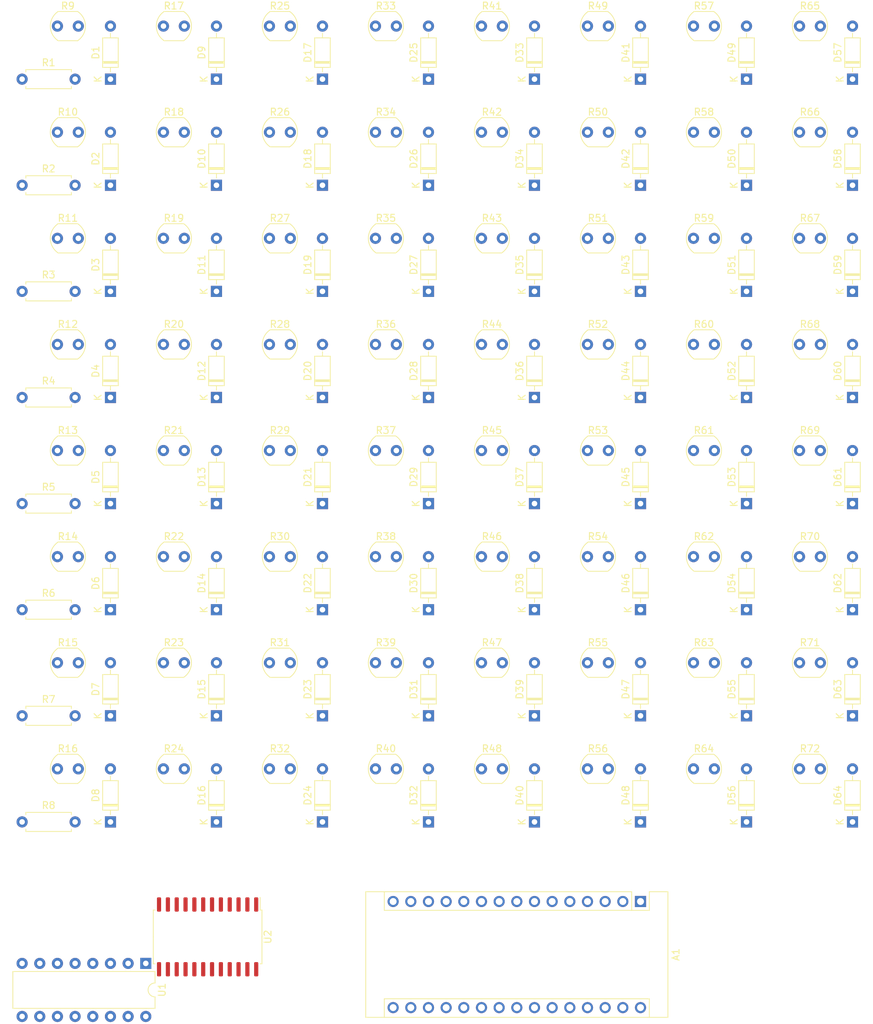
<source format=kicad_pcb>
(kicad_pcb (version 20171130) (host pcbnew 5.1.6)
  (layers (0 F.Cu signal) (31 B.Cu signal) (34 B.Paste user) (35 F.Paste user) (36 B.SilkS user) (37 F.SilkS user) (38 B.Mask user) (39 F.Mask user) (44 Edge.Cuts user))
  (net 0 "")
  (net 1 "Net-(A1-Pad15)")
  (net 2 "Net-(A1-Pad14)")
  (net 3 "Net-(A1-Pad29)")
  (net 4 "Net-(A1-Pad27)")
  (net 5 "Net-(A1-Pad11)")
  (net 6 "Net-(A1-Pad7)")
  (net 7 "Net-(A1-Pad6)")
  (net 8 "Net-(A1-Pad5)")
  (net 9 "Net-(A1-Pad19)")
  (net 10 "Net-(D1-Pad2)")
  (net 11 "Net-(D1-Pad1)")
  (net 12 "Net-(D2-Pad2)")
  (net 13 "Net-(D10-Pad1)")
  (net 14 "Net-(D3-Pad2)")
  (net 15 "Net-(D11-Pad1)")
  (net 16 "Net-(D4-Pad2)")
  (net 17 "Net-(D12-Pad1)")
  (net 18 "Net-(D5-Pad2)")
  (net 19 "Net-(D13-Pad1)")
  (net 20 "Net-(D6-Pad2)")
  (net 21 "Net-(D14-Pad1)")
  (net 22 "Net-(D7-Pad2)")
  (net 23 "Net-(D15-Pad1)")
  (net 24 "Net-(D8-Pad2)")
  (net 25 "Net-(D16-Pad1)")
  (net 26 "Net-(D9-Pad2)")
  (net 27 "Net-(D10-Pad2)")
  (net 28 "Net-(D11-Pad2)")
  (net 29 "Net-(D12-Pad2)")
  (net 30 "Net-(D13-Pad2)")
  (net 31 "Net-(D14-Pad2)")
  (net 32 "Net-(D15-Pad2)")
  (net 33 "Net-(D16-Pad2)")
  (net 34 "Net-(D17-Pad2)")
  (net 35 "Net-(D18-Pad2)")
  (net 36 "Net-(D19-Pad2)")
  (net 37 "Net-(D20-Pad2)")
  (net 38 "Net-(D21-Pad2)")
  (net 39 "Net-(D22-Pad2)")
  (net 40 "Net-(D23-Pad2)")
  (net 41 "Net-(D24-Pad2)")
  (net 42 "Net-(D25-Pad2)")
  (net 43 "Net-(D26-Pad2)")
  (net 44 "Net-(D27-Pad2)")
  (net 45 "Net-(D28-Pad2)")
  (net 46 "Net-(D29-Pad2)")
  (net 47 "Net-(D30-Pad2)")
  (net 48 "Net-(D31-Pad2)")
  (net 49 "Net-(D32-Pad2)")
  (net 50 "Net-(D33-Pad2)")
  (net 51 "Net-(D34-Pad2)")
  (net 52 "Net-(D35-Pad2)")
  (net 53 "Net-(D36-Pad2)")
  (net 54 "Net-(D37-Pad2)")
  (net 55 "Net-(D38-Pad2)")
  (net 56 "Net-(D39-Pad2)")
  (net 57 "Net-(D40-Pad2)")
  (net 58 "Net-(D41-Pad2)")
  (net 59 "Net-(D42-Pad2)")
  (net 60 "Net-(D43-Pad2)")
  (net 61 "Net-(D44-Pad2)")
  (net 62 "Net-(D45-Pad2)")
  (net 63 "Net-(D46-Pad2)")
  (net 64 "Net-(D47-Pad2)")
  (net 65 "Net-(D48-Pad2)")
  (net 66 "Net-(D49-Pad2)")
  (net 67 "Net-(D50-Pad2)")
  (net 68 "Net-(D51-Pad2)")
  (net 69 "Net-(D52-Pad2)")
  (net 70 "Net-(D53-Pad2)")
  (net 71 "Net-(D54-Pad2)")
  (net 72 "Net-(D55-Pad2)")
  (net 73 "Net-(D56-Pad2)")
  (net 74 "Net-(D57-Pad2)")
  (net 75 "Net-(D58-Pad2)")
  (net 76 "Net-(D59-Pad2)")
  (net 77 "Net-(D60-Pad2)")
  (net 78 "Net-(D61-Pad2)")
  (net 79 "Net-(D62-Pad2)")
  (net 80 "Net-(D63-Pad2)")
  (net 81 "Net-(D64-Pad2)")
  (net 82 "Net-(R17-Pad1)")
  (net 83 "Net-(R25-Pad1)")
  (net 84 "Net-(R33-Pad1)")
  (net 85 "Net-(R41-Pad1)")
  (net 86 "Net-(R49-Pad1)")
  (net 87 "Net-(R57-Pad1)")
  (net 88 "Net-(R65-Pad1)")
  (module Module:Arduino_Nano (layer F.Cu) (at 179.07 201.93 270)
    (fp_text reference A1 (at 7.62 -5.08 90) (layer F.SilkS))
    (fp_text value Arduino_Nano_v3.x)
    (pad 16 thru_hole oval (at 15.24 35.56 270) (size 1.6 1.6) (drill 1) (layers *.Cu *.Mask))
    (pad 15 thru_hole oval (at 0 35.56 270) (size 1.6 1.6) (drill 1) (layers *.Cu *.Mask) (net 1 "Net-(A1-Pad15)"))
    (pad 30 thru_hole oval (at 15.24 0 270) (size 1.6 1.6) (drill 1) (layers *.Cu *.Mask))
    (pad 14 thru_hole oval (at 0 33.02 270) (size 1.6 1.6) (drill 1) (layers *.Cu *.Mask) (net 2 "Net-(A1-Pad14)"))
    (pad 29 thru_hole oval (at 15.24 2.54 270) (size 1.6 1.6) (drill 1) (layers *.Cu *.Mask) (net 3 "Net-(A1-Pad29)"))
    (pad 13 thru_hole oval (at 0 30.48 270) (size 1.6 1.6) (drill 1) (layers *.Cu *.Mask))
    (pad 28 thru_hole oval (at 15.24 5.08 270) (size 1.6 1.6) (drill 1) (layers *.Cu *.Mask))
    (pad 12 thru_hole oval (at 0 27.94 270) (size 1.6 1.6) (drill 1) (layers *.Cu *.Mask))
    (pad 27 thru_hole oval (at 15.24 7.62 270) (size 1.6 1.6) (drill 1) (layers *.Cu *.Mask) (net 4 "Net-(A1-Pad27)"))
    (pad 11 thru_hole oval (at 0 25.4 270) (size 1.6 1.6) (drill 1) (layers *.Cu *.Mask) (net 5 "Net-(A1-Pad11)"))
    (pad 26 thru_hole oval (at 15.24 10.16 270) (size 1.6 1.6) (drill 1) (layers *.Cu *.Mask))
    (pad 10 thru_hole oval (at 0 22.86 270) (size 1.6 1.6) (drill 1) (layers *.Cu *.Mask))
    (pad 25 thru_hole oval (at 15.24 12.7 270) (size 1.6 1.6) (drill 1) (layers *.Cu *.Mask))
    (pad 9 thru_hole oval (at 0 20.32 270) (size 1.6 1.6) (drill 1) (layers *.Cu *.Mask))
    (pad 24 thru_hole oval (at 15.24 15.24 270) (size 1.6 1.6) (drill 1) (layers *.Cu *.Mask))
    (pad 8 thru_hole oval (at 0 17.78 270) (size 1.6 1.6) (drill 1) (layers *.Cu *.Mask))
    (pad 23 thru_hole oval (at 15.24 17.78 270) (size 1.6 1.6) (drill 1) (layers *.Cu *.Mask))
    (pad 7 thru_hole oval (at 0 15.24 270) (size 1.6 1.6) (drill 1) (layers *.Cu *.Mask) (net 6 "Net-(A1-Pad7)"))
    (pad 22 thru_hole oval (at 15.24 20.32 270) (size 1.6 1.6) (drill 1) (layers *.Cu *.Mask))
    (pad 6 thru_hole oval (at 0 12.7 270) (size 1.6 1.6) (drill 1) (layers *.Cu *.Mask) (net 7 "Net-(A1-Pad6)"))
    (pad 21 thru_hole oval (at 15.24 22.86 270) (size 1.6 1.6) (drill 1) (layers *.Cu *.Mask))
    (pad 5 thru_hole oval (at 0 10.16 270) (size 1.6 1.6) (drill 1) (layers *.Cu *.Mask) (net 8 "Net-(A1-Pad5)"))
    (pad 20 thru_hole oval (at 15.24 25.4 270) (size 1.6 1.6) (drill 1) (layers *.Cu *.Mask))
    (pad 4 thru_hole oval (at 0 7.62 270) (size 1.6 1.6) (drill 1) (layers *.Cu *.Mask))
    (pad 19 thru_hole oval (at 15.24 27.94 270) (size 1.6 1.6) (drill 1) (layers *.Cu *.Mask) (net 9 "Net-(A1-Pad19)"))
    (pad 3 thru_hole oval (at 0 5.08 270) (size 1.6 1.6) (drill 1) (layers *.Cu *.Mask))
    (pad 18 thru_hole oval (at 15.24 30.48 270) (size 1.6 1.6) (drill 1) (layers *.Cu *.Mask))
    (pad 2 thru_hole oval (at 0 2.54 270) (size 1.6 1.6) (drill 1) (layers *.Cu *.Mask))
    (pad 17 thru_hole oval (at 15.24 33.02 270) (size 1.6 1.6) (drill 1) (layers *.Cu *.Mask))
    (pad 1 thru_hole rect (at 0 0 270) (size 1.6 1.6) (drill 1) (layers *.Cu *.Mask))
  )
  (module Package_DIP:DIP-16_W7.62mm (layer F.Cu) (at 107.95 210.82 270)
    (fp_text reference U1 (at 3.81 -2.33 90) (layer F.SilkS))
    (fp_text value 74HC595)
    (pad 1 thru_hole rect (at 0 0 270) (size 1.6 1.6) (drill 0.8) (layers *.Cu *.Mask) (net 87 "Net-(R57-Pad1)"))
    (pad 9 thru_hole oval (at 7.62 17.78 270) (size 1.6 1.6) (drill 0.8) (layers *.Cu *.Mask))
    (pad 2 thru_hole oval (at 0 2.54 270) (size 1.6 1.6) (drill 0.8) (layers *.Cu *.Mask) (net 86 "Net-(R49-Pad1)"))
    (pad 10 thru_hole oval (at 7.62 15.24 270) (size 1.6 1.6) (drill 0.8) (layers *.Cu *.Mask) (net 4 "Net-(A1-Pad27)"))
    (pad 3 thru_hole oval (at 0 5.08 270) (size 1.6 1.6) (drill 0.8) (layers *.Cu *.Mask) (net 85 "Net-(R41-Pad1)"))
    (pad 11 thru_hole oval (at 7.62 12.7 270) (size 1.6 1.6) (drill 0.8) (layers *.Cu *.Mask) (net 1 "Net-(A1-Pad15)"))
    (pad 4 thru_hole oval (at 0 7.62 270) (size 1.6 1.6) (drill 0.8) (layers *.Cu *.Mask) (net 84 "Net-(R33-Pad1)"))
    (pad 12 thru_hole oval (at 7.62 10.16 270) (size 1.6 1.6) (drill 0.8) (layers *.Cu *.Mask) (net 5 "Net-(A1-Pad11)"))
    (pad 5 thru_hole oval (at 0 10.16 270) (size 1.6 1.6) (drill 0.8) (layers *.Cu *.Mask) (net 83 "Net-(R25-Pad1)"))
    (pad 13 thru_hole oval (at 7.62 7.62 270) (size 1.6 1.6) (drill 0.8) (layers *.Cu *.Mask) (net 3 "Net-(A1-Pad29)"))
    (pad 6 thru_hole oval (at 0 12.7 270) (size 1.6 1.6) (drill 0.8) (layers *.Cu *.Mask) (net 82 "Net-(R17-Pad1)"))
    (pad 14 thru_hole oval (at 7.62 5.08 270) (size 1.6 1.6) (drill 0.8) (layers *.Cu *.Mask) (net 2 "Net-(A1-Pad14)"))
    (pad 7 thru_hole oval (at 0 15.24 270) (size 1.6 1.6) (drill 0.8) (layers *.Cu *.Mask) (net 33 "Net-(D16-Pad2)"))
    (pad 15 thru_hole oval (at 7.62 2.54 270) (size 1.6 1.6) (drill 0.8) (layers *.Cu *.Mask) (net 88 "Net-(R65-Pad1)"))
    (pad 8 thru_hole oval (at 0 17.78 270) (size 1.6 1.6) (drill 0.8) (layers *.Cu *.Mask) (net 3 "Net-(A1-Pad29)"))
    (pad 16 thru_hole oval (at 7.62 0 270) (size 1.6 1.6) (drill 0.8) (layers *.Cu *.Mask) (net 4 "Net-(A1-Pad27)"))
  )
  (module OptoDevice:R_LDR_5.0x4.1mm_P3mm_Vertical (layer F.Cu) (at 201.93 182.88)
    (fp_text reference R72 (at 1.5 -2.9) (layer F.SilkS))
    (fp_text value A9050)
    (pad 2 thru_hole circle (at 3 0) (size 1.6 1.6) (drill 0.8) (layers *.Cu *.Mask) (net 81 "Net-(D64-Pad2)"))
    (pad 1 thru_hole circle (at 0 0) (size 1.6 1.6) (drill 0.8) (layers *.Cu *.Mask) (net 88 "Net-(R65-Pad1)"))
  )
  (module OptoDevice:R_LDR_5.0x4.1mm_P3mm_Vertical (layer F.Cu) (at 201.93 167.64)
    (fp_text reference R71 (at 1.5 -2.9) (layer F.SilkS))
    (fp_text value A9050)
    (pad 2 thru_hole circle (at 3 0) (size 1.6 1.6) (drill 0.8) (layers *.Cu *.Mask) (net 80 "Net-(D63-Pad2)"))
    (pad 1 thru_hole circle (at 0 0) (size 1.6 1.6) (drill 0.8) (layers *.Cu *.Mask) (net 88 "Net-(R65-Pad1)"))
  )
  (module OptoDevice:R_LDR_5.0x4.1mm_P3mm_Vertical (layer F.Cu) (at 201.93 152.4)
    (fp_text reference R70 (at 1.5 -2.9) (layer F.SilkS))
    (fp_text value A9050)
    (pad 2 thru_hole circle (at 3 0) (size 1.6 1.6) (drill 0.8) (layers *.Cu *.Mask) (net 79 "Net-(D62-Pad2)"))
    (pad 1 thru_hole circle (at 0 0) (size 1.6 1.6) (drill 0.8) (layers *.Cu *.Mask) (net 88 "Net-(R65-Pad1)"))
  )
  (module OptoDevice:R_LDR_5.0x4.1mm_P3mm_Vertical (layer F.Cu) (at 201.93 137.16)
    (fp_text reference R69 (at 1.5 -2.9) (layer F.SilkS))
    (fp_text value A9050)
    (pad 2 thru_hole circle (at 3 0) (size 1.6 1.6) (drill 0.8) (layers *.Cu *.Mask) (net 78 "Net-(D61-Pad2)"))
    (pad 1 thru_hole circle (at 0 0) (size 1.6 1.6) (drill 0.8) (layers *.Cu *.Mask) (net 88 "Net-(R65-Pad1)"))
  )
  (module OptoDevice:R_LDR_5.0x4.1mm_P3mm_Vertical (layer F.Cu) (at 201.93 121.92)
    (fp_text reference R68 (at 1.5 -2.9) (layer F.SilkS))
    (fp_text value A9050)
    (pad 2 thru_hole circle (at 3 0) (size 1.6 1.6) (drill 0.8) (layers *.Cu *.Mask) (net 77 "Net-(D60-Pad2)"))
    (pad 1 thru_hole circle (at 0 0) (size 1.6 1.6) (drill 0.8) (layers *.Cu *.Mask) (net 88 "Net-(R65-Pad1)"))
  )
  (module OptoDevice:R_LDR_5.0x4.1mm_P3mm_Vertical (layer F.Cu) (at 201.93 106.68)
    (fp_text reference R67 (at 1.5 -2.9) (layer F.SilkS))
    (fp_text value A9050)
    (pad 2 thru_hole circle (at 3 0) (size 1.6 1.6) (drill 0.8) (layers *.Cu *.Mask) (net 76 "Net-(D59-Pad2)"))
    (pad 1 thru_hole circle (at 0 0) (size 1.6 1.6) (drill 0.8) (layers *.Cu *.Mask) (net 88 "Net-(R65-Pad1)"))
  )
  (module OptoDevice:R_LDR_5.0x4.1mm_P3mm_Vertical (layer F.Cu) (at 201.93 91.44)
    (fp_text reference R66 (at 1.5 -2.9) (layer F.SilkS))
    (fp_text value A9050)
    (pad 2 thru_hole circle (at 3 0) (size 1.6 1.6) (drill 0.8) (layers *.Cu *.Mask) (net 75 "Net-(D58-Pad2)"))
    (pad 1 thru_hole circle (at 0 0) (size 1.6 1.6) (drill 0.8) (layers *.Cu *.Mask) (net 88 "Net-(R65-Pad1)"))
  )
  (module OptoDevice:R_LDR_5.0x4.1mm_P3mm_Vertical (layer F.Cu) (at 201.93 76.2)
    (fp_text reference R65 (at 1.5 -2.9) (layer F.SilkS))
    (fp_text value A9050)
    (pad 2 thru_hole circle (at 3 0) (size 1.6 1.6) (drill 0.8) (layers *.Cu *.Mask) (net 74 "Net-(D57-Pad2)"))
    (pad 1 thru_hole circle (at 0 0) (size 1.6 1.6) (drill 0.8) (layers *.Cu *.Mask) (net 88 "Net-(R65-Pad1)"))
  )
  (module OptoDevice:R_LDR_5.0x4.1mm_P3mm_Vertical (layer F.Cu) (at 186.69 182.88)
    (fp_text reference R64 (at 1.5 -2.9) (layer F.SilkS))
    (fp_text value A9050)
    (pad 2 thru_hole circle (at 3 0) (size 1.6 1.6) (drill 0.8) (layers *.Cu *.Mask) (net 73 "Net-(D56-Pad2)"))
    (pad 1 thru_hole circle (at 0 0) (size 1.6 1.6) (drill 0.8) (layers *.Cu *.Mask) (net 87 "Net-(R57-Pad1)"))
  )
  (module OptoDevice:R_LDR_5.0x4.1mm_P3mm_Vertical (layer F.Cu) (at 186.69 167.64)
    (fp_text reference R63 (at 1.5 -2.9) (layer F.SilkS))
    (fp_text value A9050)
    (pad 2 thru_hole circle (at 3 0) (size 1.6 1.6) (drill 0.8) (layers *.Cu *.Mask) (net 72 "Net-(D55-Pad2)"))
    (pad 1 thru_hole circle (at 0 0) (size 1.6 1.6) (drill 0.8) (layers *.Cu *.Mask) (net 87 "Net-(R57-Pad1)"))
  )
  (module OptoDevice:R_LDR_5.0x4.1mm_P3mm_Vertical (layer F.Cu) (at 186.69 152.4)
    (fp_text reference R62 (at 1.5 -2.9) (layer F.SilkS))
    (fp_text value A9050)
    (pad 2 thru_hole circle (at 3 0) (size 1.6 1.6) (drill 0.8) (layers *.Cu *.Mask) (net 71 "Net-(D54-Pad2)"))
    (pad 1 thru_hole circle (at 0 0) (size 1.6 1.6) (drill 0.8) (layers *.Cu *.Mask) (net 87 "Net-(R57-Pad1)"))
  )
  (module OptoDevice:R_LDR_5.0x4.1mm_P3mm_Vertical (layer F.Cu) (at 186.69 137.16)
    (fp_text reference R61 (at 1.5 -2.9) (layer F.SilkS))
    (fp_text value A9050)
    (pad 2 thru_hole circle (at 3 0) (size 1.6 1.6) (drill 0.8) (layers *.Cu *.Mask) (net 70 "Net-(D53-Pad2)"))
    (pad 1 thru_hole circle (at 0 0) (size 1.6 1.6) (drill 0.8) (layers *.Cu *.Mask) (net 87 "Net-(R57-Pad1)"))
  )
  (module OptoDevice:R_LDR_5.0x4.1mm_P3mm_Vertical (layer F.Cu) (at 186.69 121.92)
    (fp_text reference R60 (at 1.5 -2.9) (layer F.SilkS))
    (fp_text value A9050)
    (pad 2 thru_hole circle (at 3 0) (size 1.6 1.6) (drill 0.8) (layers *.Cu *.Mask) (net 69 "Net-(D52-Pad2)"))
    (pad 1 thru_hole circle (at 0 0) (size 1.6 1.6) (drill 0.8) (layers *.Cu *.Mask) (net 87 "Net-(R57-Pad1)"))
  )
  (module OptoDevice:R_LDR_5.0x4.1mm_P3mm_Vertical (layer F.Cu) (at 186.69 106.68)
    (fp_text reference R59 (at 1.5 -2.9) (layer F.SilkS))
    (fp_text value A9050)
    (pad 2 thru_hole circle (at 3 0) (size 1.6 1.6) (drill 0.8) (layers *.Cu *.Mask) (net 68 "Net-(D51-Pad2)"))
    (pad 1 thru_hole circle (at 0 0) (size 1.6 1.6) (drill 0.8) (layers *.Cu *.Mask) (net 87 "Net-(R57-Pad1)"))
  )
  (module OptoDevice:R_LDR_5.0x4.1mm_P3mm_Vertical (layer F.Cu) (at 186.69 91.44)
    (fp_text reference R58 (at 1.5 -2.9) (layer F.SilkS))
    (fp_text value A9050)
    (pad 2 thru_hole circle (at 3 0) (size 1.6 1.6) (drill 0.8) (layers *.Cu *.Mask) (net 67 "Net-(D50-Pad2)"))
    (pad 1 thru_hole circle (at 0 0) (size 1.6 1.6) (drill 0.8) (layers *.Cu *.Mask) (net 87 "Net-(R57-Pad1)"))
  )
  (module OptoDevice:R_LDR_5.0x4.1mm_P3mm_Vertical (layer F.Cu) (at 186.69 76.2)
    (fp_text reference R57 (at 1.5 -2.9) (layer F.SilkS))
    (fp_text value A9050)
    (pad 2 thru_hole circle (at 3 0) (size 1.6 1.6) (drill 0.8) (layers *.Cu *.Mask) (net 66 "Net-(D49-Pad2)"))
    (pad 1 thru_hole circle (at 0 0) (size 1.6 1.6) (drill 0.8) (layers *.Cu *.Mask) (net 87 "Net-(R57-Pad1)"))
  )
  (module OptoDevice:R_LDR_5.0x4.1mm_P3mm_Vertical (layer F.Cu) (at 171.45 182.88)
    (fp_text reference R56 (at 1.5 -2.9) (layer F.SilkS))
    (fp_text value A9050)
    (pad 2 thru_hole circle (at 3 0) (size 1.6 1.6) (drill 0.8) (layers *.Cu *.Mask) (net 65 "Net-(D48-Pad2)"))
    (pad 1 thru_hole circle (at 0 0) (size 1.6 1.6) (drill 0.8) (layers *.Cu *.Mask) (net 86 "Net-(R49-Pad1)"))
  )
  (module OptoDevice:R_LDR_5.0x4.1mm_P3mm_Vertical (layer F.Cu) (at 171.45 167.64)
    (fp_text reference R55 (at 1.5 -2.9) (layer F.SilkS))
    (fp_text value A9050)
    (pad 2 thru_hole circle (at 3 0) (size 1.6 1.6) (drill 0.8) (layers *.Cu *.Mask) (net 64 "Net-(D47-Pad2)"))
    (pad 1 thru_hole circle (at 0 0) (size 1.6 1.6) (drill 0.8) (layers *.Cu *.Mask) (net 86 "Net-(R49-Pad1)"))
  )
  (module OptoDevice:R_LDR_5.0x4.1mm_P3mm_Vertical (layer F.Cu) (at 171.45 152.4)
    (fp_text reference R54 (at 1.5 -2.9) (layer F.SilkS))
    (fp_text value A9050)
    (pad 2 thru_hole circle (at 3 0) (size 1.6 1.6) (drill 0.8) (layers *.Cu *.Mask) (net 63 "Net-(D46-Pad2)"))
    (pad 1 thru_hole circle (at 0 0) (size 1.6 1.6) (drill 0.8) (layers *.Cu *.Mask) (net 86 "Net-(R49-Pad1)"))
  )
  (module OptoDevice:R_LDR_5.0x4.1mm_P3mm_Vertical (layer F.Cu) (at 171.45 137.16)
    (fp_text reference R53 (at 1.5 -2.9) (layer F.SilkS))
    (fp_text value A9050)
    (pad 2 thru_hole circle (at 3 0) (size 1.6 1.6) (drill 0.8) (layers *.Cu *.Mask) (net 62 "Net-(D45-Pad2)"))
    (pad 1 thru_hole circle (at 0 0) (size 1.6 1.6) (drill 0.8) (layers *.Cu *.Mask) (net 86 "Net-(R49-Pad1)"))
  )
  (module OptoDevice:R_LDR_5.0x4.1mm_P3mm_Vertical (layer F.Cu) (at 171.45 121.92)
    (fp_text reference R52 (at 1.5 -2.9) (layer F.SilkS))
    (fp_text value A9050)
    (pad 2 thru_hole circle (at 3 0) (size 1.6 1.6) (drill 0.8) (layers *.Cu *.Mask) (net 61 "Net-(D44-Pad2)"))
    (pad 1 thru_hole circle (at 0 0) (size 1.6 1.6) (drill 0.8) (layers *.Cu *.Mask) (net 86 "Net-(R49-Pad1)"))
  )
  (module OptoDevice:R_LDR_5.0x4.1mm_P3mm_Vertical (layer F.Cu) (at 171.45 106.68)
    (fp_text reference R51 (at 1.5 -2.9) (layer F.SilkS))
    (fp_text value A9050)
    (pad 2 thru_hole circle (at 3 0) (size 1.6 1.6) (drill 0.8) (layers *.Cu *.Mask) (net 60 "Net-(D43-Pad2)"))
    (pad 1 thru_hole circle (at 0 0) (size 1.6 1.6) (drill 0.8) (layers *.Cu *.Mask) (net 86 "Net-(R49-Pad1)"))
  )
  (module OptoDevice:R_LDR_5.0x4.1mm_P3mm_Vertical (layer F.Cu) (at 171.45 91.44)
    (fp_text reference R50 (at 1.5 -2.9) (layer F.SilkS))
    (fp_text value A9050)
    (pad 2 thru_hole circle (at 3 0) (size 1.6 1.6) (drill 0.8) (layers *.Cu *.Mask) (net 59 "Net-(D42-Pad2)"))
    (pad 1 thru_hole circle (at 0 0) (size 1.6 1.6) (drill 0.8) (layers *.Cu *.Mask) (net 86 "Net-(R49-Pad1)"))
  )
  (module OptoDevice:R_LDR_5.0x4.1mm_P3mm_Vertical (layer F.Cu) (at 171.45 76.2)
    (fp_text reference R49 (at 1.5 -2.9) (layer F.SilkS))
    (fp_text value A9050)
    (pad 2 thru_hole circle (at 3 0) (size 1.6 1.6) (drill 0.8) (layers *.Cu *.Mask) (net 58 "Net-(D41-Pad2)"))
    (pad 1 thru_hole circle (at 0 0) (size 1.6 1.6) (drill 0.8) (layers *.Cu *.Mask) (net 86 "Net-(R49-Pad1)"))
  )
  (module OptoDevice:R_LDR_5.0x4.1mm_P3mm_Vertical (layer F.Cu) (at 156.21 182.88)
    (fp_text reference R48 (at 1.5 -2.9) (layer F.SilkS))
    (fp_text value A9050)
    (pad 2 thru_hole circle (at 3 0) (size 1.6 1.6) (drill 0.8) (layers *.Cu *.Mask) (net 57 "Net-(D40-Pad2)"))
    (pad 1 thru_hole circle (at 0 0) (size 1.6 1.6) (drill 0.8) (layers *.Cu *.Mask) (net 85 "Net-(R41-Pad1)"))
  )
  (module OptoDevice:R_LDR_5.0x4.1mm_P3mm_Vertical (layer F.Cu) (at 156.21 167.64)
    (fp_text reference R47 (at 1.5 -2.9) (layer F.SilkS))
    (fp_text value A9050)
    (pad 2 thru_hole circle (at 3 0) (size 1.6 1.6) (drill 0.8) (layers *.Cu *.Mask) (net 56 "Net-(D39-Pad2)"))
    (pad 1 thru_hole circle (at 0 0) (size 1.6 1.6) (drill 0.8) (layers *.Cu *.Mask) (net 85 "Net-(R41-Pad1)"))
  )
  (module OptoDevice:R_LDR_5.0x4.1mm_P3mm_Vertical (layer F.Cu) (at 156.21 152.4)
    (fp_text reference R46 (at 1.5 -2.9) (layer F.SilkS))
    (fp_text value A9050)
    (pad 2 thru_hole circle (at 3 0) (size 1.6 1.6) (drill 0.8) (layers *.Cu *.Mask) (net 55 "Net-(D38-Pad2)"))
    (pad 1 thru_hole circle (at 0 0) (size 1.6 1.6) (drill 0.8) (layers *.Cu *.Mask) (net 85 "Net-(R41-Pad1)"))
  )
  (module OptoDevice:R_LDR_5.0x4.1mm_P3mm_Vertical (layer F.Cu) (at 156.21 137.16)
    (fp_text reference R45 (at 1.5 -2.9) (layer F.SilkS))
    (fp_text value A9050)
    (pad 2 thru_hole circle (at 3 0) (size 1.6 1.6) (drill 0.8) (layers *.Cu *.Mask) (net 54 "Net-(D37-Pad2)"))
    (pad 1 thru_hole circle (at 0 0) (size 1.6 1.6) (drill 0.8) (layers *.Cu *.Mask) (net 85 "Net-(R41-Pad1)"))
  )
  (module OptoDevice:R_LDR_5.0x4.1mm_P3mm_Vertical (layer F.Cu) (at 156.21 121.92)
    (fp_text reference R44 (at 1.5 -2.9) (layer F.SilkS))
    (fp_text value A9050)
    (pad 2 thru_hole circle (at 3 0) (size 1.6 1.6) (drill 0.8) (layers *.Cu *.Mask) (net 53 "Net-(D36-Pad2)"))
    (pad 1 thru_hole circle (at 0 0) (size 1.6 1.6) (drill 0.8) (layers *.Cu *.Mask) (net 85 "Net-(R41-Pad1)"))
  )
  (module OptoDevice:R_LDR_5.0x4.1mm_P3mm_Vertical (layer F.Cu) (at 156.21 106.68)
    (fp_text reference R43 (at 1.5 -2.9) (layer F.SilkS))
    (fp_text value A9050)
    (pad 2 thru_hole circle (at 3 0) (size 1.6 1.6) (drill 0.8) (layers *.Cu *.Mask) (net 52 "Net-(D35-Pad2)"))
    (pad 1 thru_hole circle (at 0 0) (size 1.6 1.6) (drill 0.8) (layers *.Cu *.Mask) (net 85 "Net-(R41-Pad1)"))
  )
  (module OptoDevice:R_LDR_5.0x4.1mm_P3mm_Vertical (layer F.Cu) (at 156.21 91.44)
    (fp_text reference R42 (at 1.5 -2.9) (layer F.SilkS))
    (fp_text value A9050)
    (pad 2 thru_hole circle (at 3 0) (size 1.6 1.6) (drill 0.8) (layers *.Cu *.Mask) (net 51 "Net-(D34-Pad2)"))
    (pad 1 thru_hole circle (at 0 0) (size 1.6 1.6) (drill 0.8) (layers *.Cu *.Mask) (net 85 "Net-(R41-Pad1)"))
  )
  (module OptoDevice:R_LDR_5.0x4.1mm_P3mm_Vertical (layer F.Cu) (at 156.21 76.2)
    (fp_text reference R41 (at 1.5 -2.9) (layer F.SilkS))
    (fp_text value A9050)
    (pad 2 thru_hole circle (at 3 0) (size 1.6 1.6) (drill 0.8) (layers *.Cu *.Mask) (net 50 "Net-(D33-Pad2)"))
    (pad 1 thru_hole circle (at 0 0) (size 1.6 1.6) (drill 0.8) (layers *.Cu *.Mask) (net 85 "Net-(R41-Pad1)"))
  )
  (module OptoDevice:R_LDR_5.0x4.1mm_P3mm_Vertical (layer F.Cu) (at 140.97 182.88)
    (fp_text reference R40 (at 1.5 -2.9) (layer F.SilkS))
    (fp_text value A9050)
    (pad 2 thru_hole circle (at 3 0) (size 1.6 1.6) (drill 0.8) (layers *.Cu *.Mask) (net 49 "Net-(D32-Pad2)"))
    (pad 1 thru_hole circle (at 0 0) (size 1.6 1.6) (drill 0.8) (layers *.Cu *.Mask) (net 84 "Net-(R33-Pad1)"))
  )
  (module OptoDevice:R_LDR_5.0x4.1mm_P3mm_Vertical (layer F.Cu) (at 140.97 167.64)
    (fp_text reference R39 (at 1.5 -2.9) (layer F.SilkS))
    (fp_text value A9050)
    (pad 2 thru_hole circle (at 3 0) (size 1.6 1.6) (drill 0.8) (layers *.Cu *.Mask) (net 48 "Net-(D31-Pad2)"))
    (pad 1 thru_hole circle (at 0 0) (size 1.6 1.6) (drill 0.8) (layers *.Cu *.Mask) (net 84 "Net-(R33-Pad1)"))
  )
  (module OptoDevice:R_LDR_5.0x4.1mm_P3mm_Vertical (layer F.Cu) (at 140.97 152.4)
    (fp_text reference R38 (at 1.5 -2.9) (layer F.SilkS))
    (fp_text value A9050)
    (pad 2 thru_hole circle (at 3 0) (size 1.6 1.6) (drill 0.8) (layers *.Cu *.Mask) (net 47 "Net-(D30-Pad2)"))
    (pad 1 thru_hole circle (at 0 0) (size 1.6 1.6) (drill 0.8) (layers *.Cu *.Mask) (net 84 "Net-(R33-Pad1)"))
  )
  (module OptoDevice:R_LDR_5.0x4.1mm_P3mm_Vertical (layer F.Cu) (at 140.97 137.16)
    (fp_text reference R37 (at 1.5 -2.9) (layer F.SilkS))
    (fp_text value A9050)
    (pad 2 thru_hole circle (at 3 0) (size 1.6 1.6) (drill 0.8) (layers *.Cu *.Mask) (net 46 "Net-(D29-Pad2)"))
    (pad 1 thru_hole circle (at 0 0) (size 1.6 1.6) (drill 0.8) (layers *.Cu *.Mask) (net 84 "Net-(R33-Pad1)"))
  )
  (module OptoDevice:R_LDR_5.0x4.1mm_P3mm_Vertical (layer F.Cu) (at 140.97 121.92)
    (fp_text reference R36 (at 1.5 -2.9) (layer F.SilkS))
    (fp_text value A9050)
    (pad 2 thru_hole circle (at 3 0) (size 1.6 1.6) (drill 0.8) (layers *.Cu *.Mask) (net 45 "Net-(D28-Pad2)"))
    (pad 1 thru_hole circle (at 0 0) (size 1.6 1.6) (drill 0.8) (layers *.Cu *.Mask) (net 84 "Net-(R33-Pad1)"))
  )
  (module OptoDevice:R_LDR_5.0x4.1mm_P3mm_Vertical (layer F.Cu) (at 140.97 106.68)
    (fp_text reference R35 (at 1.5 -2.9) (layer F.SilkS))
    (fp_text value A9050)
    (pad 2 thru_hole circle (at 3 0) (size 1.6 1.6) (drill 0.8) (layers *.Cu *.Mask) (net 44 "Net-(D27-Pad2)"))
    (pad 1 thru_hole circle (at 0 0) (size 1.6 1.6) (drill 0.8) (layers *.Cu *.Mask) (net 84 "Net-(R33-Pad1)"))
  )
  (module OptoDevice:R_LDR_5.0x4.1mm_P3mm_Vertical (layer F.Cu) (at 140.97 91.44)
    (fp_text reference R34 (at 1.5 -2.9) (layer F.SilkS))
    (fp_text value A9050)
    (pad 2 thru_hole circle (at 3 0) (size 1.6 1.6) (drill 0.8) (layers *.Cu *.Mask) (net 43 "Net-(D26-Pad2)"))
    (pad 1 thru_hole circle (at 0 0) (size 1.6 1.6) (drill 0.8) (layers *.Cu *.Mask) (net 84 "Net-(R33-Pad1)"))
  )
  (module OptoDevice:R_LDR_5.0x4.1mm_P3mm_Vertical (layer F.Cu) (at 140.97 76.2)
    (fp_text reference R33 (at 1.5 -2.9) (layer F.SilkS))
    (fp_text value A9050)
    (pad 2 thru_hole circle (at 3 0) (size 1.6 1.6) (drill 0.8) (layers *.Cu *.Mask) (net 42 "Net-(D25-Pad2)"))
    (pad 1 thru_hole circle (at 0 0) (size 1.6 1.6) (drill 0.8) (layers *.Cu *.Mask) (net 84 "Net-(R33-Pad1)"))
  )
  (module OptoDevice:R_LDR_5.0x4.1mm_P3mm_Vertical (layer F.Cu) (at 125.73 182.88)
    (fp_text reference R32 (at 1.5 -2.9) (layer F.SilkS))
    (fp_text value A9050)
    (pad 2 thru_hole circle (at 3 0) (size 1.6 1.6) (drill 0.8) (layers *.Cu *.Mask) (net 41 "Net-(D24-Pad2)"))
    (pad 1 thru_hole circle (at 0 0) (size 1.6 1.6) (drill 0.8) (layers *.Cu *.Mask) (net 83 "Net-(R25-Pad1)"))
  )
  (module OptoDevice:R_LDR_5.0x4.1mm_P3mm_Vertical (layer F.Cu) (at 125.73 167.64)
    (fp_text reference R31 (at 1.5 -2.9) (layer F.SilkS))
    (fp_text value A9050)
    (pad 2 thru_hole circle (at 3 0) (size 1.6 1.6) (drill 0.8) (layers *.Cu *.Mask) (net 40 "Net-(D23-Pad2)"))
    (pad 1 thru_hole circle (at 0 0) (size 1.6 1.6) (drill 0.8) (layers *.Cu *.Mask) (net 83 "Net-(R25-Pad1)"))
  )
  (module OptoDevice:R_LDR_5.0x4.1mm_P3mm_Vertical (layer F.Cu) (at 125.73 152.4)
    (fp_text reference R30 (at 1.5 -2.9) (layer F.SilkS))
    (fp_text value A9050)
    (pad 2 thru_hole circle (at 3 0) (size 1.6 1.6) (drill 0.8) (layers *.Cu *.Mask) (net 39 "Net-(D22-Pad2)"))
    (pad 1 thru_hole circle (at 0 0) (size 1.6 1.6) (drill 0.8) (layers *.Cu *.Mask) (net 83 "Net-(R25-Pad1)"))
  )
  (module OptoDevice:R_LDR_5.0x4.1mm_P3mm_Vertical (layer F.Cu) (at 125.73 137.16)
    (fp_text reference R29 (at 1.5 -2.9) (layer F.SilkS))
    (fp_text value A9050)
    (pad 2 thru_hole circle (at 3 0) (size 1.6 1.6) (drill 0.8) (layers *.Cu *.Mask) (net 38 "Net-(D21-Pad2)"))
    (pad 1 thru_hole circle (at 0 0) (size 1.6 1.6) (drill 0.8) (layers *.Cu *.Mask) (net 83 "Net-(R25-Pad1)"))
  )
  (module OptoDevice:R_LDR_5.0x4.1mm_P3mm_Vertical (layer F.Cu) (at 125.73 121.92)
    (fp_text reference R28 (at 1.5 -2.9) (layer F.SilkS))
    (fp_text value A9050)
    (pad 2 thru_hole circle (at 3 0) (size 1.6 1.6) (drill 0.8) (layers *.Cu *.Mask) (net 37 "Net-(D20-Pad2)"))
    (pad 1 thru_hole circle (at 0 0) (size 1.6 1.6) (drill 0.8) (layers *.Cu *.Mask) (net 83 "Net-(R25-Pad1)"))
  )
  (module OptoDevice:R_LDR_5.0x4.1mm_P3mm_Vertical (layer F.Cu) (at 125.73 106.68)
    (fp_text reference R27 (at 1.5 -2.9) (layer F.SilkS))
    (fp_text value A9050)
    (pad 2 thru_hole circle (at 3 0) (size 1.6 1.6) (drill 0.8) (layers *.Cu *.Mask) (net 36 "Net-(D19-Pad2)"))
    (pad 1 thru_hole circle (at 0 0) (size 1.6 1.6) (drill 0.8) (layers *.Cu *.Mask) (net 83 "Net-(R25-Pad1)"))
  )
  (module OptoDevice:R_LDR_5.0x4.1mm_P3mm_Vertical (layer F.Cu) (at 125.73 91.44)
    (fp_text reference R26 (at 1.5 -2.9) (layer F.SilkS))
    (fp_text value A9050)
    (pad 2 thru_hole circle (at 3 0) (size 1.6 1.6) (drill 0.8) (layers *.Cu *.Mask) (net 35 "Net-(D18-Pad2)"))
    (pad 1 thru_hole circle (at 0 0) (size 1.6 1.6) (drill 0.8) (layers *.Cu *.Mask) (net 83 "Net-(R25-Pad1)"))
  )
  (module OptoDevice:R_LDR_5.0x4.1mm_P3mm_Vertical (layer F.Cu) (at 125.73 76.2)
    (fp_text reference R25 (at 1.5 -2.9) (layer F.SilkS))
    (fp_text value A9050)
    (pad 2 thru_hole circle (at 3 0) (size 1.6 1.6) (drill 0.8) (layers *.Cu *.Mask) (net 34 "Net-(D17-Pad2)"))
    (pad 1 thru_hole circle (at 0 0) (size 1.6 1.6) (drill 0.8) (layers *.Cu *.Mask) (net 83 "Net-(R25-Pad1)"))
  )
  (module OptoDevice:R_LDR_5.0x4.1mm_P3mm_Vertical (layer F.Cu) (at 110.49 182.88)
    (fp_text reference R24 (at 1.5 -2.9) (layer F.SilkS))
    (fp_text value A9050)
    (pad 2 thru_hole circle (at 3 0) (size 1.6 1.6) (drill 0.8) (layers *.Cu *.Mask) (net 33 "Net-(D16-Pad2)"))
    (pad 1 thru_hole circle (at 0 0) (size 1.6 1.6) (drill 0.8) (layers *.Cu *.Mask) (net 82 "Net-(R17-Pad1)"))
  )
  (module OptoDevice:R_LDR_5.0x4.1mm_P3mm_Vertical (layer F.Cu) (at 110.49 167.64)
    (fp_text reference R23 (at 1.5 -2.9) (layer F.SilkS))
    (fp_text value A9050)
    (pad 2 thru_hole circle (at 3 0) (size 1.6 1.6) (drill 0.8) (layers *.Cu *.Mask) (net 32 "Net-(D15-Pad2)"))
    (pad 1 thru_hole circle (at 0 0) (size 1.6 1.6) (drill 0.8) (layers *.Cu *.Mask) (net 82 "Net-(R17-Pad1)"))
  )
  (module OptoDevice:R_LDR_5.0x4.1mm_P3mm_Vertical (layer F.Cu) (at 110.49 152.4)
    (fp_text reference R22 (at 1.5 -2.9) (layer F.SilkS))
    (fp_text value A9050)
    (pad 2 thru_hole circle (at 3 0) (size 1.6 1.6) (drill 0.8) (layers *.Cu *.Mask) (net 31 "Net-(D14-Pad2)"))
    (pad 1 thru_hole circle (at 0 0) (size 1.6 1.6) (drill 0.8) (layers *.Cu *.Mask) (net 82 "Net-(R17-Pad1)"))
  )
  (module OptoDevice:R_LDR_5.0x4.1mm_P3mm_Vertical (layer F.Cu) (at 110.49 137.16)
    (fp_text reference R21 (at 1.5 -2.9) (layer F.SilkS))
    (fp_text value A9050)
    (pad 2 thru_hole circle (at 3 0) (size 1.6 1.6) (drill 0.8) (layers *.Cu *.Mask) (net 30 "Net-(D13-Pad2)"))
    (pad 1 thru_hole circle (at 0 0) (size 1.6 1.6) (drill 0.8) (layers *.Cu *.Mask) (net 82 "Net-(R17-Pad1)"))
  )
  (module OptoDevice:R_LDR_5.0x4.1mm_P3mm_Vertical (layer F.Cu) (at 110.49 121.92)
    (fp_text reference R20 (at 1.5 -2.9) (layer F.SilkS))
    (fp_text value A9050)
    (pad 2 thru_hole circle (at 3 0) (size 1.6 1.6) (drill 0.8) (layers *.Cu *.Mask) (net 29 "Net-(D12-Pad2)"))
    (pad 1 thru_hole circle (at 0 0) (size 1.6 1.6) (drill 0.8) (layers *.Cu *.Mask) (net 82 "Net-(R17-Pad1)"))
  )
  (module OptoDevice:R_LDR_5.0x4.1mm_P3mm_Vertical (layer F.Cu) (at 110.49 106.68)
    (fp_text reference R19 (at 1.5 -2.9) (layer F.SilkS))
    (fp_text value A9050)
    (pad 2 thru_hole circle (at 3 0) (size 1.6 1.6) (drill 0.8) (layers *.Cu *.Mask) (net 28 "Net-(D11-Pad2)"))
    (pad 1 thru_hole circle (at 0 0) (size 1.6 1.6) (drill 0.8) (layers *.Cu *.Mask) (net 82 "Net-(R17-Pad1)"))
  )
  (module OptoDevice:R_LDR_5.0x4.1mm_P3mm_Vertical (layer F.Cu) (at 110.49 91.44)
    (fp_text reference R18 (at 1.5 -2.9) (layer F.SilkS))
    (fp_text value A9050)
    (pad 2 thru_hole circle (at 3 0) (size 1.6 1.6) (drill 0.8) (layers *.Cu *.Mask) (net 27 "Net-(D10-Pad2)"))
    (pad 1 thru_hole circle (at 0 0) (size 1.6 1.6) (drill 0.8) (layers *.Cu *.Mask) (net 82 "Net-(R17-Pad1)"))
  )
  (module OptoDevice:R_LDR_5.0x4.1mm_P3mm_Vertical (layer F.Cu) (at 110.49 76.2)
    (fp_text reference R17 (at 1.5 -2.9) (layer F.SilkS))
    (fp_text value A9050)
    (pad 2 thru_hole circle (at 3 0) (size 1.6 1.6) (drill 0.8) (layers *.Cu *.Mask) (net 26 "Net-(D9-Pad2)"))
    (pad 1 thru_hole circle (at 0 0) (size 1.6 1.6) (drill 0.8) (layers *.Cu *.Mask) (net 82 "Net-(R17-Pad1)"))
  )
  (module OptoDevice:R_LDR_5.0x4.1mm_P3mm_Vertical (layer F.Cu) (at 95.25 182.88)
    (fp_text reference R16 (at 1.5 -2.9) (layer F.SilkS))
    (fp_text value A9050)
    (pad 2 thru_hole circle (at 3 0) (size 1.6 1.6) (drill 0.8) (layers *.Cu *.Mask) (net 24 "Net-(D8-Pad2)"))
    (pad 1 thru_hole circle (at 0 0) (size 1.6 1.6) (drill 0.8) (layers *.Cu *.Mask) (net 33 "Net-(D16-Pad2)"))
  )
  (module OptoDevice:R_LDR_5.0x4.1mm_P3mm_Vertical (layer F.Cu) (at 95.25 167.64)
    (fp_text reference R15 (at 1.5 -2.9) (layer F.SilkS))
    (fp_text value A9050)
    (pad 2 thru_hole circle (at 3 0) (size 1.6 1.6) (drill 0.8) (layers *.Cu *.Mask) (net 22 "Net-(D7-Pad2)"))
    (pad 1 thru_hole circle (at 0 0) (size 1.6 1.6) (drill 0.8) (layers *.Cu *.Mask) (net 33 "Net-(D16-Pad2)"))
  )
  (module OptoDevice:R_LDR_5.0x4.1mm_P3mm_Vertical (layer F.Cu) (at 95.25 152.4)
    (fp_text reference R14 (at 1.5 -2.9) (layer F.SilkS))
    (fp_text value A9050)
    (pad 2 thru_hole circle (at 3 0) (size 1.6 1.6) (drill 0.8) (layers *.Cu *.Mask) (net 20 "Net-(D6-Pad2)"))
    (pad 1 thru_hole circle (at 0 0) (size 1.6 1.6) (drill 0.8) (layers *.Cu *.Mask) (net 33 "Net-(D16-Pad2)"))
  )
  (module OptoDevice:R_LDR_5.0x4.1mm_P3mm_Vertical (layer F.Cu) (at 95.25 137.16)
    (fp_text reference R13 (at 1.5 -2.9) (layer F.SilkS))
    (fp_text value A9050)
    (pad 2 thru_hole circle (at 3 0) (size 1.6 1.6) (drill 0.8) (layers *.Cu *.Mask) (net 18 "Net-(D5-Pad2)"))
    (pad 1 thru_hole circle (at 0 0) (size 1.6 1.6) (drill 0.8) (layers *.Cu *.Mask) (net 33 "Net-(D16-Pad2)"))
  )
  (module OptoDevice:R_LDR_5.0x4.1mm_P3mm_Vertical (layer F.Cu) (at 95.25 121.92)
    (fp_text reference R12 (at 1.5 -2.9) (layer F.SilkS))
    (fp_text value A9050)
    (pad 2 thru_hole circle (at 3 0) (size 1.6 1.6) (drill 0.8) (layers *.Cu *.Mask) (net 16 "Net-(D4-Pad2)"))
    (pad 1 thru_hole circle (at 0 0) (size 1.6 1.6) (drill 0.8) (layers *.Cu *.Mask) (net 33 "Net-(D16-Pad2)"))
  )
  (module OptoDevice:R_LDR_5.0x4.1mm_P3mm_Vertical (layer F.Cu) (at 95.25 106.68)
    (fp_text reference R11 (at 1.5 -2.9) (layer F.SilkS))
    (fp_text value A9050)
    (pad 2 thru_hole circle (at 3 0) (size 1.6 1.6) (drill 0.8) (layers *.Cu *.Mask) (net 14 "Net-(D3-Pad2)"))
    (pad 1 thru_hole circle (at 0 0) (size 1.6 1.6) (drill 0.8) (layers *.Cu *.Mask) (net 33 "Net-(D16-Pad2)"))
  )
  (module OptoDevice:R_LDR_5.0x4.1mm_P3mm_Vertical (layer F.Cu) (at 95.25 91.44)
    (fp_text reference R10 (at 1.5 -2.9) (layer F.SilkS))
    (fp_text value A9050)
    (pad 2 thru_hole circle (at 3 0) (size 1.6 1.6) (drill 0.8) (layers *.Cu *.Mask) (net 12 "Net-(D2-Pad2)"))
    (pad 1 thru_hole circle (at 0 0) (size 1.6 1.6) (drill 0.8) (layers *.Cu *.Mask) (net 33 "Net-(D16-Pad2)"))
  )
  (module OptoDevice:R_LDR_5.0x4.1mm_P3mm_Vertical (layer F.Cu) (at 95.25 76.2)
    (fp_text reference R9 (at 1.5 -2.9) (layer F.SilkS))
    (fp_text value A9050)
    (pad 2 thru_hole circle (at 3 0) (size 1.6 1.6) (drill 0.8) (layers *.Cu *.Mask) (net 10 "Net-(D1-Pad2)"))
    (pad 1 thru_hole circle (at 0 0) (size 1.6 1.6) (drill 0.8) (layers *.Cu *.Mask) (net 33 "Net-(D16-Pad2)"))
  )
  (module Resistor_THT:R_Axial_DIN0207_L6.3mm_D2.5mm_P7.62mm_Horizontal (layer F.Cu) (at 90.17 190.5)
    (fp_text reference R8 (at 3.81 -2.37) (layer F.SilkS))
    (fp_text value 10k)
    (pad 1 thru_hole circle (at 0 0) (size 1.6 1.6) (drill 0.8) (layers *.Cu *.Mask) (net 3 "Net-(A1-Pad29)"))
    (pad 2 thru_hole oval (at 7.62 0) (size 1.6 1.6) (drill 0.8) (layers *.Cu *.Mask) (net 25 "Net-(D16-Pad1)"))
  )
  (module Resistor_THT:R_Axial_DIN0207_L6.3mm_D2.5mm_P7.62mm_Horizontal (layer F.Cu) (at 90.17 175.26)
    (fp_text reference R7 (at 3.81 -2.37) (layer F.SilkS))
    (fp_text value 10k)
    (pad 1 thru_hole circle (at 0 0) (size 1.6 1.6) (drill 0.8) (layers *.Cu *.Mask) (net 3 "Net-(A1-Pad29)"))
    (pad 2 thru_hole oval (at 7.62 0) (size 1.6 1.6) (drill 0.8) (layers *.Cu *.Mask) (net 23 "Net-(D15-Pad1)"))
  )
  (module Resistor_THT:R_Axial_DIN0207_L6.3mm_D2.5mm_P7.62mm_Horizontal (layer F.Cu) (at 90.17 160.02)
    (fp_text reference R6 (at 3.81 -2.37) (layer F.SilkS))
    (fp_text value 10k)
    (pad 1 thru_hole circle (at 0 0) (size 1.6 1.6) (drill 0.8) (layers *.Cu *.Mask) (net 3 "Net-(A1-Pad29)"))
    (pad 2 thru_hole oval (at 7.62 0) (size 1.6 1.6) (drill 0.8) (layers *.Cu *.Mask) (net 21 "Net-(D14-Pad1)"))
  )
  (module Resistor_THT:R_Axial_DIN0207_L6.3mm_D2.5mm_P7.62mm_Horizontal (layer F.Cu) (at 90.17 144.78)
    (fp_text reference R5 (at 3.81 -2.37) (layer F.SilkS))
    (fp_text value 10k)
    (pad 1 thru_hole circle (at 0 0) (size 1.6 1.6) (drill 0.8) (layers *.Cu *.Mask) (net 3 "Net-(A1-Pad29)"))
    (pad 2 thru_hole oval (at 7.62 0) (size 1.6 1.6) (drill 0.8) (layers *.Cu *.Mask) (net 19 "Net-(D13-Pad1)"))
  )
  (module Resistor_THT:R_Axial_DIN0207_L6.3mm_D2.5mm_P7.62mm_Horizontal (layer F.Cu) (at 90.17 129.54)
    (fp_text reference R4 (at 3.81 -2.37) (layer F.SilkS))
    (fp_text value 10k)
    (pad 1 thru_hole circle (at 0 0) (size 1.6 1.6) (drill 0.8) (layers *.Cu *.Mask) (net 3 "Net-(A1-Pad29)"))
    (pad 2 thru_hole oval (at 7.62 0) (size 1.6 1.6) (drill 0.8) (layers *.Cu *.Mask) (net 17 "Net-(D12-Pad1)"))
  )
  (module Resistor_THT:R_Axial_DIN0207_L6.3mm_D2.5mm_P7.62mm_Horizontal (layer F.Cu) (at 90.17 114.3)
    (fp_text reference R3 (at 3.81 -2.37) (layer F.SilkS))
    (fp_text value 10k)
    (pad 1 thru_hole circle (at 0 0) (size 1.6 1.6) (drill 0.8) (layers *.Cu *.Mask) (net 3 "Net-(A1-Pad29)"))
    (pad 2 thru_hole oval (at 7.62 0) (size 1.6 1.6) (drill 0.8) (layers *.Cu *.Mask) (net 15 "Net-(D11-Pad1)"))
  )
  (module Resistor_THT:R_Axial_DIN0207_L6.3mm_D2.5mm_P7.62mm_Horizontal (layer F.Cu) (at 90.17 99.06)
    (fp_text reference R2 (at 3.81 -2.37) (layer F.SilkS))
    (fp_text value 10k)
    (pad 1 thru_hole circle (at 0 0) (size 1.6 1.6) (drill 0.8) (layers *.Cu *.Mask) (net 3 "Net-(A1-Pad29)"))
    (pad 2 thru_hole oval (at 7.62 0) (size 1.6 1.6) (drill 0.8) (layers *.Cu *.Mask) (net 13 "Net-(D10-Pad1)"))
  )
  (module Resistor_THT:R_Axial_DIN0207_L6.3mm_D2.5mm_P7.62mm_Horizontal (layer F.Cu) (at 90.17 83.82)
    (fp_text reference R1 (at 3.81 -2.37) (layer F.SilkS))
    (fp_text value 10k)
    (pad 1 thru_hole circle (at 0 0) (size 1.6 1.6) (drill 0.8) (layers *.Cu *.Mask) (net 3 "Net-(A1-Pad29)"))
    (pad 2 thru_hole oval (at 7.62 0) (size 1.6 1.6) (drill 0.8) (layers *.Cu *.Mask) (net 11 "Net-(D1-Pad1)"))
  )
  (module Package_SO:SOIC-24W_7.5x15.4mm_P1.27mm (layer F.Cu) (at 116.84 207.01 270)
    (fp_text reference U2 (at 0 -8.65 90) (layer F.SilkS))
    (fp_text value CD74HC4067M)
    (pad 24 smd roundrect (at 4.65 -6.985 270) (size 2.05 0.6) (layers F.Cu F.Paste F.Mask) (net 4 "Net-(A1-Pad27)"))
    (pad 23 smd roundrect (at 4.65 -5.715 270) (size 2.05 0.6) (layers F.Cu F.Paste F.Mask))
    (pad 22 smd roundrect (at 4.65 -4.445 270) (size 2.05 0.6) (layers F.Cu F.Paste F.Mask))
    (pad 21 smd roundrect (at 4.65 -3.175 270) (size 2.05 0.6) (layers F.Cu F.Paste F.Mask))
    (pad 20 smd roundrect (at 4.65 -1.905 270) (size 2.05 0.6) (layers F.Cu F.Paste F.Mask))
    (pad 19 smd roundrect (at 4.65 -0.635 270) (size 2.05 0.6) (layers F.Cu F.Paste F.Mask))
    (pad 18 smd roundrect (at 4.65 0.635 270) (size 2.05 0.6) (layers F.Cu F.Paste F.Mask))
    (pad 17 smd roundrect (at 4.65 1.905 270) (size 2.05 0.6) (layers F.Cu F.Paste F.Mask))
    (pad 16 smd roundrect (at 4.65 3.175 270) (size 2.05 0.6) (layers F.Cu F.Paste F.Mask))
    (pad 15 smd roundrect (at 4.65 4.445 270) (size 2.05 0.6) (layers F.Cu F.Paste F.Mask) (net 3 "Net-(A1-Pad29)"))
    (pad 14 smd roundrect (at 4.65 5.715 270) (size 2.05 0.6) (layers F.Cu F.Paste F.Mask) (net 6 "Net-(A1-Pad7)"))
    (pad 13 smd roundrect (at 4.65 6.985 270) (size 2.05 0.6) (layers F.Cu F.Paste F.Mask) (net 3 "Net-(A1-Pad29)"))
    (pad 12 smd roundrect (at -4.65 6.985 270) (size 2.05 0.6) (layers F.Cu F.Paste F.Mask) (net 3 "Net-(A1-Pad29)"))
    (pad 11 smd roundrect (at -4.65 5.715 270) (size 2.05 0.6) (layers F.Cu F.Paste F.Mask) (net 7 "Net-(A1-Pad6)"))
    (pad 10 smd roundrect (at -4.65 4.445 270) (size 2.05 0.6) (layers F.Cu F.Paste F.Mask) (net 8 "Net-(A1-Pad5)"))
    (pad 9 smd roundrect (at -4.65 3.175 270) (size 2.05 0.6) (layers F.Cu F.Paste F.Mask) (net 25 "Net-(D16-Pad1)"))
    (pad 8 smd roundrect (at -4.65 1.905 270) (size 2.05 0.6) (layers F.Cu F.Paste F.Mask) (net 23 "Net-(D15-Pad1)"))
    (pad 7 smd roundrect (at -4.65 0.635 270) (size 2.05 0.6) (layers F.Cu F.Paste F.Mask) (net 21 "Net-(D14-Pad1)"))
    (pad 6 smd roundrect (at -4.65 -0.635 270) (size 2.05 0.6) (layers F.Cu F.Paste F.Mask) (net 19 "Net-(D13-Pad1)"))
    (pad 5 smd roundrect (at -4.65 -1.905 270) (size 2.05 0.6) (layers F.Cu F.Paste F.Mask) (net 17 "Net-(D12-Pad1)"))
    (pad 4 smd roundrect (at -4.65 -3.175 270) (size 2.05 0.6) (layers F.Cu F.Paste F.Mask) (net 15 "Net-(D11-Pad1)"))
    (pad 3 smd roundrect (at -4.65 -4.445 270) (size 2.05 0.6) (layers F.Cu F.Paste F.Mask) (net 13 "Net-(D10-Pad1)"))
    (pad 2 smd roundrect (at -4.65 -5.715 270) (size 2.05 0.6) (layers F.Cu F.Paste F.Mask) (net 11 "Net-(D1-Pad1)"))
    (pad 1 smd roundrect (at -4.65 -6.985 270) (size 2.05 0.6) (layers F.Cu F.Paste F.Mask) (net 9 "Net-(A1-Pad19)"))
  )
  (module Diode_THT:D_DO-35_SOD27_P7.62mm_Horizontal (layer F.Cu) (at 209.55 190.5 90)
    (fp_text reference D64 (at 3.81 -2.12 90) (layer F.SilkS))
    (fp_text value 1N4148)
    (fp_text user K (at 0 -1.8 90) (layer F.SilkS))
    (pad 2 thru_hole oval (at 7.62 0 90) (size 1.6 1.6) (drill 0.8) (layers *.Cu *.Mask) (net 81 "Net-(D64-Pad2)"))
    (pad 1 thru_hole rect (at 0 0 90) (size 1.6 1.6) (drill 0.8) (layers *.Cu *.Mask) (net 25 "Net-(D16-Pad1)"))
  )
  (module Diode_THT:D_DO-35_SOD27_P7.62mm_Horizontal (layer F.Cu) (at 209.55 175.26 90)
    (fp_text reference D63 (at 3.81 -2.12 90) (layer F.SilkS))
    (fp_text value 1N4148)
    (fp_text user K (at 0 -1.8 90) (layer F.SilkS))
    (pad 2 thru_hole oval (at 7.62 0 90) (size 1.6 1.6) (drill 0.8) (layers *.Cu *.Mask) (net 80 "Net-(D63-Pad2)"))
    (pad 1 thru_hole rect (at 0 0 90) (size 1.6 1.6) (drill 0.8) (layers *.Cu *.Mask) (net 23 "Net-(D15-Pad1)"))
  )
  (module Diode_THT:D_DO-35_SOD27_P7.62mm_Horizontal (layer F.Cu) (at 209.55 160.02 90)
    (fp_text reference D62 (at 3.81 -2.12 90) (layer F.SilkS))
    (fp_text value 1N4148)
    (fp_text user K (at 0 -1.8 90) (layer F.SilkS))
    (pad 2 thru_hole oval (at 7.62 0 90) (size 1.6 1.6) (drill 0.8) (layers *.Cu *.Mask) (net 79 "Net-(D62-Pad2)"))
    (pad 1 thru_hole rect (at 0 0 90) (size 1.6 1.6) (drill 0.8) (layers *.Cu *.Mask) (net 21 "Net-(D14-Pad1)"))
  )
  (module Diode_THT:D_DO-35_SOD27_P7.62mm_Horizontal (layer F.Cu) (at 209.55 144.78 90)
    (fp_text reference D61 (at 3.81 -2.12 90) (layer F.SilkS))
    (fp_text value 1N4148)
    (fp_text user K (at 0 -1.8 90) (layer F.SilkS))
    (pad 2 thru_hole oval (at 7.62 0 90) (size 1.6 1.6) (drill 0.8) (layers *.Cu *.Mask) (net 78 "Net-(D61-Pad2)"))
    (pad 1 thru_hole rect (at 0 0 90) (size 1.6 1.6) (drill 0.8) (layers *.Cu *.Mask) (net 19 "Net-(D13-Pad1)"))
  )
  (module Diode_THT:D_DO-35_SOD27_P7.62mm_Horizontal (layer F.Cu) (at 209.55 129.54 90)
    (fp_text reference D60 (at 3.81 -2.12 90) (layer F.SilkS))
    (fp_text value 1N4148)
    (fp_text user K (at 0 -1.8 90) (layer F.SilkS))
    (pad 2 thru_hole oval (at 7.62 0 90) (size 1.6 1.6) (drill 0.8) (layers *.Cu *.Mask) (net 77 "Net-(D60-Pad2)"))
    (pad 1 thru_hole rect (at 0 0 90) (size 1.6 1.6) (drill 0.8) (layers *.Cu *.Mask) (net 17 "Net-(D12-Pad1)"))
  )
  (module Diode_THT:D_DO-35_SOD27_P7.62mm_Horizontal (layer F.Cu) (at 209.55 114.3 90)
    (fp_text reference D59 (at 3.81 -2.12 90) (layer F.SilkS))
    (fp_text value 1N4148)
    (fp_text user K (at 0 -1.8 90) (layer F.SilkS))
    (pad 2 thru_hole oval (at 7.62 0 90) (size 1.6 1.6) (drill 0.8) (layers *.Cu *.Mask) (net 76 "Net-(D59-Pad2)"))
    (pad 1 thru_hole rect (at 0 0 90) (size 1.6 1.6) (drill 0.8) (layers *.Cu *.Mask) (net 15 "Net-(D11-Pad1)"))
  )
  (module Diode_THT:D_DO-35_SOD27_P7.62mm_Horizontal (layer F.Cu) (at 209.55 99.06 90)
    (fp_text reference D58 (at 3.81 -2.12 90) (layer F.SilkS))
    (fp_text value 1N4148)
    (fp_text user K (at 0 -1.8 90) (layer F.SilkS))
    (pad 2 thru_hole oval (at 7.62 0 90) (size 1.6 1.6) (drill 0.8) (layers *.Cu *.Mask) (net 75 "Net-(D58-Pad2)"))
    (pad 1 thru_hole rect (at 0 0 90) (size 1.6 1.6) (drill 0.8) (layers *.Cu *.Mask) (net 13 "Net-(D10-Pad1)"))
  )
  (module Diode_THT:D_DO-35_SOD27_P7.62mm_Horizontal (layer F.Cu) (at 209.55 83.82 90)
    (fp_text reference D57 (at 3.81 -2.12 90) (layer F.SilkS))
    (fp_text value 1N4148)
    (fp_text user K (at 0 -1.8 90) (layer F.SilkS))
    (pad 2 thru_hole oval (at 7.62 0 90) (size 1.6 1.6) (drill 0.8) (layers *.Cu *.Mask) (net 74 "Net-(D57-Pad2)"))
    (pad 1 thru_hole rect (at 0 0 90) (size 1.6 1.6) (drill 0.8) (layers *.Cu *.Mask) (net 11 "Net-(D1-Pad1)"))
  )
  (module Diode_THT:D_DO-35_SOD27_P7.62mm_Horizontal (layer F.Cu) (at 194.31 190.5 90)
    (fp_text reference D56 (at 3.81 -2.12 90) (layer F.SilkS))
    (fp_text value 1N4148)
    (fp_text user K (at 0 -1.8 90) (layer F.SilkS))
    (pad 2 thru_hole oval (at 7.62 0 90) (size 1.6 1.6) (drill 0.8) (layers *.Cu *.Mask) (net 73 "Net-(D56-Pad2)"))
    (pad 1 thru_hole rect (at 0 0 90) (size 1.6 1.6) (drill 0.8) (layers *.Cu *.Mask) (net 25 "Net-(D16-Pad1)"))
  )
  (module Diode_THT:D_DO-35_SOD27_P7.62mm_Horizontal (layer F.Cu) (at 194.31 175.26 90)
    (fp_text reference D55 (at 3.81 -2.12 90) (layer F.SilkS))
    (fp_text value 1N4148)
    (fp_text user K (at 0 -1.8 90) (layer F.SilkS))
    (pad 2 thru_hole oval (at 7.62 0 90) (size 1.6 1.6) (drill 0.8) (layers *.Cu *.Mask) (net 72 "Net-(D55-Pad2)"))
    (pad 1 thru_hole rect (at 0 0 90) (size 1.6 1.6) (drill 0.8) (layers *.Cu *.Mask) (net 23 "Net-(D15-Pad1)"))
  )
  (module Diode_THT:D_DO-35_SOD27_P7.62mm_Horizontal (layer F.Cu) (at 194.31 160.02 90)
    (fp_text reference D54 (at 3.81 -2.12 90) (layer F.SilkS))
    (fp_text value 1N4148)
    (fp_text user K (at 0 -1.8 90) (layer F.SilkS))
    (pad 2 thru_hole oval (at 7.62 0 90) (size 1.6 1.6) (drill 0.8) (layers *.Cu *.Mask) (net 71 "Net-(D54-Pad2)"))
    (pad 1 thru_hole rect (at 0 0 90) (size 1.6 1.6) (drill 0.8) (layers *.Cu *.Mask) (net 21 "Net-(D14-Pad1)"))
  )
  (module Diode_THT:D_DO-35_SOD27_P7.62mm_Horizontal (layer F.Cu) (at 194.31 144.78 90)
    (fp_text reference D53 (at 3.81 -2.12 90) (layer F.SilkS))
    (fp_text value 1N4148)
    (fp_text user K (at 0 -1.8 90) (layer F.SilkS))
    (pad 2 thru_hole oval (at 7.62 0 90) (size 1.6 1.6) (drill 0.8) (layers *.Cu *.Mask) (net 70 "Net-(D53-Pad2)"))
    (pad 1 thru_hole rect (at 0 0 90) (size 1.6 1.6) (drill 0.8) (layers *.Cu *.Mask) (net 19 "Net-(D13-Pad1)"))
  )
  (module Diode_THT:D_DO-35_SOD27_P7.62mm_Horizontal (layer F.Cu) (at 194.31 129.54 90)
    (fp_text reference D52 (at 3.81 -2.12 90) (layer F.SilkS))
    (fp_text value 1N4148)
    (fp_text user K (at 0 -1.8 90) (layer F.SilkS))
    (pad 2 thru_hole oval (at 7.62 0 90) (size 1.6 1.6) (drill 0.8) (layers *.Cu *.Mask) (net 69 "Net-(D52-Pad2)"))
    (pad 1 thru_hole rect (at 0 0 90) (size 1.6 1.6) (drill 0.8) (layers *.Cu *.Mask) (net 17 "Net-(D12-Pad1)"))
  )
  (module Diode_THT:D_DO-35_SOD27_P7.62mm_Horizontal (layer F.Cu) (at 194.31 114.3 90)
    (fp_text reference D51 (at 3.81 -2.12 90) (layer F.SilkS))
    (fp_text value 1N4148)
    (fp_text user K (at 0 -1.8 90) (layer F.SilkS))
    (pad 2 thru_hole oval (at 7.62 0 90) (size 1.6 1.6) (drill 0.8) (layers *.Cu *.Mask) (net 68 "Net-(D51-Pad2)"))
    (pad 1 thru_hole rect (at 0 0 90) (size 1.6 1.6) (drill 0.8) (layers *.Cu *.Mask) (net 15 "Net-(D11-Pad1)"))
  )
  (module Diode_THT:D_DO-35_SOD27_P7.62mm_Horizontal (layer F.Cu) (at 194.31 99.06 90)
    (fp_text reference D50 (at 3.81 -2.12 90) (layer F.SilkS))
    (fp_text value 1N4148)
    (fp_text user K (at 0 -1.8 90) (layer F.SilkS))
    (pad 2 thru_hole oval (at 7.62 0 90) (size 1.6 1.6) (drill 0.8) (layers *.Cu *.Mask) (net 67 "Net-(D50-Pad2)"))
    (pad 1 thru_hole rect (at 0 0 90) (size 1.6 1.6) (drill 0.8) (layers *.Cu *.Mask) (net 13 "Net-(D10-Pad1)"))
  )
  (module Diode_THT:D_DO-35_SOD27_P7.62mm_Horizontal (layer F.Cu) (at 194.31 83.82 90)
    (fp_text reference D49 (at 3.81 -2.12 90) (layer F.SilkS))
    (fp_text value 1N4148)
    (fp_text user K (at 0 -1.8 90) (layer F.SilkS))
    (pad 2 thru_hole oval (at 7.62 0 90) (size 1.6 1.6) (drill 0.8) (layers *.Cu *.Mask) (net 66 "Net-(D49-Pad2)"))
    (pad 1 thru_hole rect (at 0 0 90) (size 1.6 1.6) (drill 0.8) (layers *.Cu *.Mask) (net 11 "Net-(D1-Pad1)"))
  )
  (module Diode_THT:D_DO-35_SOD27_P7.62mm_Horizontal (layer F.Cu) (at 179.07 190.5 90)
    (fp_text reference D48 (at 3.81 -2.12 90) (layer F.SilkS))
    (fp_text value 1N4148)
    (fp_text user K (at 0 -1.8 90) (layer F.SilkS))
    (pad 2 thru_hole oval (at 7.62 0 90) (size 1.6 1.6) (drill 0.8) (layers *.Cu *.Mask) (net 65 "Net-(D48-Pad2)"))
    (pad 1 thru_hole rect (at 0 0 90) (size 1.6 1.6) (drill 0.8) (layers *.Cu *.Mask) (net 25 "Net-(D16-Pad1)"))
  )
  (module Diode_THT:D_DO-35_SOD27_P7.62mm_Horizontal (layer F.Cu) (at 179.07 175.26 90)
    (fp_text reference D47 (at 3.81 -2.12 90) (layer F.SilkS))
    (fp_text value 1N4148)
    (fp_text user K (at 0 -1.8 90) (layer F.SilkS))
    (pad 2 thru_hole oval (at 7.62 0 90) (size 1.6 1.6) (drill 0.8) (layers *.Cu *.Mask) (net 64 "Net-(D47-Pad2)"))
    (pad 1 thru_hole rect (at 0 0 90) (size 1.6 1.6) (drill 0.8) (layers *.Cu *.Mask) (net 23 "Net-(D15-Pad1)"))
  )
  (module Diode_THT:D_DO-35_SOD27_P7.62mm_Horizontal (layer F.Cu) (at 179.07 160.02 90)
    (fp_text reference D46 (at 3.81 -2.12 90) (layer F.SilkS))
    (fp_text value 1N4148)
    (fp_text user K (at 0 -1.8 90) (layer F.SilkS))
    (pad 2 thru_hole oval (at 7.62 0 90) (size 1.6 1.6) (drill 0.8) (layers *.Cu *.Mask) (net 63 "Net-(D46-Pad2)"))
    (pad 1 thru_hole rect (at 0 0 90) (size 1.6 1.6) (drill 0.8) (layers *.Cu *.Mask) (net 21 "Net-(D14-Pad1)"))
  )
  (module Diode_THT:D_DO-35_SOD27_P7.62mm_Horizontal (layer F.Cu) (at 179.07 144.78 90)
    (fp_text reference D45 (at 3.81 -2.12 90) (layer F.SilkS))
    (fp_text value 1N4148)
    (fp_text user K (at 0 -1.8 90) (layer F.SilkS))
    (pad 2 thru_hole oval (at 7.62 0 90) (size 1.6 1.6) (drill 0.8) (layers *.Cu *.Mask) (net 62 "Net-(D45-Pad2)"))
    (pad 1 thru_hole rect (at 0 0 90) (size 1.6 1.6) (drill 0.8) (layers *.Cu *.Mask) (net 19 "Net-(D13-Pad1)"))
  )
  (module Diode_THT:D_DO-35_SOD27_P7.62mm_Horizontal (layer F.Cu) (at 179.07 129.54 90)
    (fp_text reference D44 (at 3.81 -2.12 90) (layer F.SilkS))
    (fp_text value 1N4148)
    (fp_text user K (at 0 -1.8 90) (layer F.SilkS))
    (pad 2 thru_hole oval (at 7.62 0 90) (size 1.6 1.6) (drill 0.8) (layers *.Cu *.Mask) (net 61 "Net-(D44-Pad2)"))
    (pad 1 thru_hole rect (at 0 0 90) (size 1.6 1.6) (drill 0.8) (layers *.Cu *.Mask) (net 17 "Net-(D12-Pad1)"))
  )
  (module Diode_THT:D_DO-35_SOD27_P7.62mm_Horizontal (layer F.Cu) (at 179.07 114.3 90)
    (fp_text reference D43 (at 3.81 -2.12 90) (layer F.SilkS))
    (fp_text value 1N4148)
    (fp_text user K (at 0 -1.8 90) (layer F.SilkS))
    (pad 2 thru_hole oval (at 7.62 0 90) (size 1.6 1.6) (drill 0.8) (layers *.Cu *.Mask) (net 60 "Net-(D43-Pad2)"))
    (pad 1 thru_hole rect (at 0 0 90) (size 1.6 1.6) (drill 0.8) (layers *.Cu *.Mask) (net 15 "Net-(D11-Pad1)"))
  )
  (module Diode_THT:D_DO-35_SOD27_P7.62mm_Horizontal (layer F.Cu) (at 179.07 99.06 90)
    (fp_text reference D42 (at 3.81 -2.12 90) (layer F.SilkS))
    (fp_text value 1N4148)
    (fp_text user K (at 0 -1.8 90) (layer F.SilkS))
    (pad 2 thru_hole oval (at 7.62 0 90) (size 1.6 1.6) (drill 0.8) (layers *.Cu *.Mask) (net 59 "Net-(D42-Pad2)"))
    (pad 1 thru_hole rect (at 0 0 90) (size 1.6 1.6) (drill 0.8) (layers *.Cu *.Mask) (net 13 "Net-(D10-Pad1)"))
  )
  (module Diode_THT:D_DO-35_SOD27_P7.62mm_Horizontal (layer F.Cu) (at 179.07 83.82 90)
    (fp_text reference D41 (at 3.81 -2.12 90) (layer F.SilkS))
    (fp_text value 1N4148)
    (fp_text user K (at 0 -1.8 90) (layer F.SilkS))
    (pad 2 thru_hole oval (at 7.62 0 90) (size 1.6 1.6) (drill 0.8) (layers *.Cu *.Mask) (net 58 "Net-(D41-Pad2)"))
    (pad 1 thru_hole rect (at 0 0 90) (size 1.6 1.6) (drill 0.8) (layers *.Cu *.Mask) (net 11 "Net-(D1-Pad1)"))
  )
  (module Diode_THT:D_DO-35_SOD27_P7.62mm_Horizontal (layer F.Cu) (at 163.83 190.5 90)
    (fp_text reference D40 (at 3.81 -2.12 90) (layer F.SilkS))
    (fp_text value 1N4148)
    (fp_text user K (at 0 -1.8 90) (layer F.SilkS))
    (pad 2 thru_hole oval (at 7.62 0 90) (size 1.6 1.6) (drill 0.8) (layers *.Cu *.Mask) (net 57 "Net-(D40-Pad2)"))
    (pad 1 thru_hole rect (at 0 0 90) (size 1.6 1.6) (drill 0.8) (layers *.Cu *.Mask) (net 25 "Net-(D16-Pad1)"))
  )
  (module Diode_THT:D_DO-35_SOD27_P7.62mm_Horizontal (layer F.Cu) (at 163.83 175.26 90)
    (fp_text reference D39 (at 3.81 -2.12 90) (layer F.SilkS))
    (fp_text value 1N4148)
    (fp_text user K (at 0 -1.8 90) (layer F.SilkS))
    (pad 2 thru_hole oval (at 7.62 0 90) (size 1.6 1.6) (drill 0.8) (layers *.Cu *.Mask) (net 56 "Net-(D39-Pad2)"))
    (pad 1 thru_hole rect (at 0 0 90) (size 1.6 1.6) (drill 0.8) (layers *.Cu *.Mask) (net 23 "Net-(D15-Pad1)"))
  )
  (module Diode_THT:D_DO-35_SOD27_P7.62mm_Horizontal (layer F.Cu) (at 163.83 160.02 90)
    (fp_text reference D38 (at 3.81 -2.12 90) (layer F.SilkS))
    (fp_text value 1N4148)
    (fp_text user K (at 0 -1.8 90) (layer F.SilkS))
    (pad 2 thru_hole oval (at 7.62 0 90) (size 1.6 1.6) (drill 0.8) (layers *.Cu *.Mask) (net 55 "Net-(D38-Pad2)"))
    (pad 1 thru_hole rect (at 0 0 90) (size 1.6 1.6) (drill 0.8) (layers *.Cu *.Mask) (net 21 "Net-(D14-Pad1)"))
  )
  (module Diode_THT:D_DO-35_SOD27_P7.62mm_Horizontal (layer F.Cu) (at 163.83 144.78 90)
    (fp_text reference D37 (at 3.81 -2.12 90) (layer F.SilkS))
    (fp_text value 1N4148)
    (fp_text user K (at 0 -1.8 90) (layer F.SilkS))
    (pad 2 thru_hole oval (at 7.62 0 90) (size 1.6 1.6) (drill 0.8) (layers *.Cu *.Mask) (net 54 "Net-(D37-Pad2)"))
    (pad 1 thru_hole rect (at 0 0 90) (size 1.6 1.6) (drill 0.8) (layers *.Cu *.Mask) (net 19 "Net-(D13-Pad1)"))
  )
  (module Diode_THT:D_DO-35_SOD27_P7.62mm_Horizontal (layer F.Cu) (at 163.83 129.54 90)
    (fp_text reference D36 (at 3.81 -2.12 90) (layer F.SilkS))
    (fp_text value 1N4148)
    (fp_text user K (at 0 -1.8 90) (layer F.SilkS))
    (pad 2 thru_hole oval (at 7.62 0 90) (size 1.6 1.6) (drill 0.8) (layers *.Cu *.Mask) (net 53 "Net-(D36-Pad2)"))
    (pad 1 thru_hole rect (at 0 0 90) (size 1.6 1.6) (drill 0.8) (layers *.Cu *.Mask) (net 17 "Net-(D12-Pad1)"))
  )
  (module Diode_THT:D_DO-35_SOD27_P7.62mm_Horizontal (layer F.Cu) (at 163.83 114.3 90)
    (fp_text reference D35 (at 3.81 -2.12 90) (layer F.SilkS))
    (fp_text value 1N4148)
    (fp_text user K (at 0 -1.8 90) (layer F.SilkS))
    (pad 2 thru_hole oval (at 7.62 0 90) (size 1.6 1.6) (drill 0.8) (layers *.Cu *.Mask) (net 52 "Net-(D35-Pad2)"))
    (pad 1 thru_hole rect (at 0 0 90) (size 1.6 1.6) (drill 0.8) (layers *.Cu *.Mask) (net 15 "Net-(D11-Pad1)"))
  )
  (module Diode_THT:D_DO-35_SOD27_P7.62mm_Horizontal (layer F.Cu) (at 163.83 99.06 90)
    (fp_text reference D34 (at 3.81 -2.12 90) (layer F.SilkS))
    (fp_text value 1N4148)
    (fp_text user K (at 0 -1.8 90) (layer F.SilkS))
    (pad 2 thru_hole oval (at 7.62 0 90) (size 1.6 1.6) (drill 0.8) (layers *.Cu *.Mask) (net 51 "Net-(D34-Pad2)"))
    (pad 1 thru_hole rect (at 0 0 90) (size 1.6 1.6) (drill 0.8) (layers *.Cu *.Mask) (net 13 "Net-(D10-Pad1)"))
  )
  (module Diode_THT:D_DO-35_SOD27_P7.62mm_Horizontal (layer F.Cu) (at 163.83 83.82 90)
    (fp_text reference D33 (at 3.81 -2.12 90) (layer F.SilkS))
    (fp_text value 1N4148)
    (fp_text user K (at 0 -1.8 90) (layer F.SilkS))
    (pad 2 thru_hole oval (at 7.62 0 90) (size 1.6 1.6) (drill 0.8) (layers *.Cu *.Mask) (net 50 "Net-(D33-Pad2)"))
    (pad 1 thru_hole rect (at 0 0 90) (size 1.6 1.6) (drill 0.8) (layers *.Cu *.Mask) (net 11 "Net-(D1-Pad1)"))
  )
  (module Diode_THT:D_DO-35_SOD27_P7.62mm_Horizontal (layer F.Cu) (at 148.59 190.5 90)
    (fp_text reference D32 (at 3.81 -2.12 90) (layer F.SilkS))
    (fp_text value 1N4148)
    (fp_text user K (at 0 -1.8 90) (layer F.SilkS))
    (pad 2 thru_hole oval (at 7.62 0 90) (size 1.6 1.6) (drill 0.8) (layers *.Cu *.Mask) (net 49 "Net-(D32-Pad2)"))
    (pad 1 thru_hole rect (at 0 0 90) (size 1.6 1.6) (drill 0.8) (layers *.Cu *.Mask) (net 25 "Net-(D16-Pad1)"))
  )
  (module Diode_THT:D_DO-35_SOD27_P7.62mm_Horizontal (layer F.Cu) (at 148.59 175.26 90)
    (fp_text reference D31 (at 3.81 -2.12 90) (layer F.SilkS))
    (fp_text value 1N4148)
    (fp_text user K (at 0 -1.8 90) (layer F.SilkS))
    (pad 2 thru_hole oval (at 7.62 0 90) (size 1.6 1.6) (drill 0.8) (layers *.Cu *.Mask) (net 48 "Net-(D31-Pad2)"))
    (pad 1 thru_hole rect (at 0 0 90) (size 1.6 1.6) (drill 0.8) (layers *.Cu *.Mask) (net 23 "Net-(D15-Pad1)"))
  )
  (module Diode_THT:D_DO-35_SOD27_P7.62mm_Horizontal (layer F.Cu) (at 148.59 160.02 90)
    (fp_text reference D30 (at 3.81 -2.12 90) (layer F.SilkS))
    (fp_text value 1N4148)
    (fp_text user K (at 0 -1.8 90) (layer F.SilkS))
    (pad 2 thru_hole oval (at 7.62 0 90) (size 1.6 1.6) (drill 0.8) (layers *.Cu *.Mask) (net 47 "Net-(D30-Pad2)"))
    (pad 1 thru_hole rect (at 0 0 90) (size 1.6 1.6) (drill 0.8) (layers *.Cu *.Mask) (net 21 "Net-(D14-Pad1)"))
  )
  (module Diode_THT:D_DO-35_SOD27_P7.62mm_Horizontal (layer F.Cu) (at 148.59 144.78 90)
    (fp_text reference D29 (at 3.81 -2.12 90) (layer F.SilkS))
    (fp_text value 1N4148)
    (fp_text user K (at 0 -1.8 90) (layer F.SilkS))
    (pad 2 thru_hole oval (at 7.62 0 90) (size 1.6 1.6) (drill 0.8) (layers *.Cu *.Mask) (net 46 "Net-(D29-Pad2)"))
    (pad 1 thru_hole rect (at 0 0 90) (size 1.6 1.6) (drill 0.8) (layers *.Cu *.Mask) (net 19 "Net-(D13-Pad1)"))
  )
  (module Diode_THT:D_DO-35_SOD27_P7.62mm_Horizontal (layer F.Cu) (at 148.59 129.54 90)
    (fp_text reference D28 (at 3.81 -2.12 90) (layer F.SilkS))
    (fp_text value 1N4148)
    (fp_text user K (at 0 -1.8 90) (layer F.SilkS))
    (pad 2 thru_hole oval (at 7.62 0 90) (size 1.6 1.6) (drill 0.8) (layers *.Cu *.Mask) (net 45 "Net-(D28-Pad2)"))
    (pad 1 thru_hole rect (at 0 0 90) (size 1.6 1.6) (drill 0.8) (layers *.Cu *.Mask) (net 17 "Net-(D12-Pad1)"))
  )
  (module Diode_THT:D_DO-35_SOD27_P7.62mm_Horizontal (layer F.Cu) (at 148.59 114.3 90)
    (fp_text reference D27 (at 3.81 -2.12 90) (layer F.SilkS))
    (fp_text value 1N4148)
    (fp_text user K (at 0 -1.8 90) (layer F.SilkS))
    (pad 2 thru_hole oval (at 7.62 0 90) (size 1.6 1.6) (drill 0.8) (layers *.Cu *.Mask) (net 44 "Net-(D27-Pad2)"))
    (pad 1 thru_hole rect (at 0 0 90) (size 1.6 1.6) (drill 0.8) (layers *.Cu *.Mask) (net 15 "Net-(D11-Pad1)"))
  )
  (module Diode_THT:D_DO-35_SOD27_P7.62mm_Horizontal (layer F.Cu) (at 148.59 99.06 90)
    (fp_text reference D26 (at 3.81 -2.12 90) (layer F.SilkS))
    (fp_text value 1N4148)
    (fp_text user K (at 0 -1.8 90) (layer F.SilkS))
    (pad 2 thru_hole oval (at 7.62 0 90) (size 1.6 1.6) (drill 0.8) (layers *.Cu *.Mask) (net 43 "Net-(D26-Pad2)"))
    (pad 1 thru_hole rect (at 0 0 90) (size 1.6 1.6) (drill 0.8) (layers *.Cu *.Mask) (net 13 "Net-(D10-Pad1)"))
  )
  (module Diode_THT:D_DO-35_SOD27_P7.62mm_Horizontal (layer F.Cu) (at 148.59 83.82 90)
    (fp_text reference D25 (at 3.81 -2.12 90) (layer F.SilkS))
    (fp_text value 1N4148)
    (fp_text user K (at 0 -1.8 90) (layer F.SilkS))
    (pad 2 thru_hole oval (at 7.62 0 90) (size 1.6 1.6) (drill 0.8) (layers *.Cu *.Mask) (net 42 "Net-(D25-Pad2)"))
    (pad 1 thru_hole rect (at 0 0 90) (size 1.6 1.6) (drill 0.8) (layers *.Cu *.Mask) (net 11 "Net-(D1-Pad1)"))
  )
  (module Diode_THT:D_DO-35_SOD27_P7.62mm_Horizontal (layer F.Cu) (at 133.35 190.5 90)
    (fp_text reference D24 (at 3.81 -2.12 90) (layer F.SilkS))
    (fp_text value 1N4148)
    (fp_text user K (at 0 -1.8 90) (layer F.SilkS))
    (pad 2 thru_hole oval (at 7.62 0 90) (size 1.6 1.6) (drill 0.8) (layers *.Cu *.Mask) (net 41 "Net-(D24-Pad2)"))
    (pad 1 thru_hole rect (at 0 0 90) (size 1.6 1.6) (drill 0.8) (layers *.Cu *.Mask) (net 25 "Net-(D16-Pad1)"))
  )
  (module Diode_THT:D_DO-35_SOD27_P7.62mm_Horizontal (layer F.Cu) (at 133.35 175.26 90)
    (fp_text reference D23 (at 3.81 -2.12 90) (layer F.SilkS))
    (fp_text value 1N4148)
    (fp_text user K (at 0 -1.8 90) (layer F.SilkS))
    (pad 2 thru_hole oval (at 7.62 0 90) (size 1.6 1.6) (drill 0.8) (layers *.Cu *.Mask) (net 40 "Net-(D23-Pad2)"))
    (pad 1 thru_hole rect (at 0 0 90) (size 1.6 1.6) (drill 0.8) (layers *.Cu *.Mask) (net 23 "Net-(D15-Pad1)"))
  )
  (module Diode_THT:D_DO-35_SOD27_P7.62mm_Horizontal (layer F.Cu) (at 133.35 160.02 90)
    (fp_text reference D22 (at 3.81 -2.12 90) (layer F.SilkS))
    (fp_text value 1N4148)
    (fp_text user K (at 0 -1.8 90) (layer F.SilkS))
    (pad 2 thru_hole oval (at 7.62 0 90) (size 1.6 1.6) (drill 0.8) (layers *.Cu *.Mask) (net 39 "Net-(D22-Pad2)"))
    (pad 1 thru_hole rect (at 0 0 90) (size 1.6 1.6) (drill 0.8) (layers *.Cu *.Mask) (net 21 "Net-(D14-Pad1)"))
  )
  (module Diode_THT:D_DO-35_SOD27_P7.62mm_Horizontal (layer F.Cu) (at 133.35 144.78 90)
    (fp_text reference D21 (at 3.81 -2.12 90) (layer F.SilkS))
    (fp_text value 1N4148)
    (fp_text user K (at 0 -1.8 90) (layer F.SilkS))
    (pad 2 thru_hole oval (at 7.62 0 90) (size 1.6 1.6) (drill 0.8) (layers *.Cu *.Mask) (net 38 "Net-(D21-Pad2)"))
    (pad 1 thru_hole rect (at 0 0 90) (size 1.6 1.6) (drill 0.8) (layers *.Cu *.Mask) (net 19 "Net-(D13-Pad1)"))
  )
  (module Diode_THT:D_DO-35_SOD27_P7.62mm_Horizontal (layer F.Cu) (at 133.35 129.54 90)
    (fp_text reference D20 (at 3.81 -2.12 90) (layer F.SilkS))
    (fp_text value 1N4148)
    (fp_text user K (at 0 -1.8 90) (layer F.SilkS))
    (pad 2 thru_hole oval (at 7.62 0 90) (size 1.6 1.6) (drill 0.8) (layers *.Cu *.Mask) (net 37 "Net-(D20-Pad2)"))
    (pad 1 thru_hole rect (at 0 0 90) (size 1.6 1.6) (drill 0.8) (layers *.Cu *.Mask) (net 17 "Net-(D12-Pad1)"))
  )
  (module Diode_THT:D_DO-35_SOD27_P7.62mm_Horizontal (layer F.Cu) (at 133.35 114.3 90)
    (fp_text reference D19 (at 3.81 -2.12 90) (layer F.SilkS))
    (fp_text value 1N4148)
    (fp_text user K (at 0 -1.8 90) (layer F.SilkS))
    (pad 2 thru_hole oval (at 7.62 0 90) (size 1.6 1.6) (drill 0.8) (layers *.Cu *.Mask) (net 36 "Net-(D19-Pad2)"))
    (pad 1 thru_hole rect (at 0 0 90) (size 1.6 1.6) (drill 0.8) (layers *.Cu *.Mask) (net 15 "Net-(D11-Pad1)"))
  )
  (module Diode_THT:D_DO-35_SOD27_P7.62mm_Horizontal (layer F.Cu) (at 133.35 99.06 90)
    (fp_text reference D18 (at 3.81 -2.12 90) (layer F.SilkS))
    (fp_text value 1N4148)
    (fp_text user K (at 0 -1.8 90) (layer F.SilkS))
    (pad 2 thru_hole oval (at 7.62 0 90) (size 1.6 1.6) (drill 0.8) (layers *.Cu *.Mask) (net 35 "Net-(D18-Pad2)"))
    (pad 1 thru_hole rect (at 0 0 90) (size 1.6 1.6) (drill 0.8) (layers *.Cu *.Mask) (net 13 "Net-(D10-Pad1)"))
  )
  (module Diode_THT:D_DO-35_SOD27_P7.62mm_Horizontal (layer F.Cu) (at 133.35 83.82 90)
    (fp_text reference D17 (at 3.81 -2.12 90) (layer F.SilkS))
    (fp_text value 1N4148)
    (fp_text user K (at 0 -1.8 90) (layer F.SilkS))
    (pad 2 thru_hole oval (at 7.62 0 90) (size 1.6 1.6) (drill 0.8) (layers *.Cu *.Mask) (net 34 "Net-(D17-Pad2)"))
    (pad 1 thru_hole rect (at 0 0 90) (size 1.6 1.6) (drill 0.8) (layers *.Cu *.Mask) (net 11 "Net-(D1-Pad1)"))
  )
  (module Diode_THT:D_DO-35_SOD27_P7.62mm_Horizontal (layer F.Cu) (at 118.11 190.5 90)
    (fp_text reference D16 (at 3.81 -2.12 90) (layer F.SilkS))
    (fp_text value 1N4148)
    (fp_text user K (at 0 -1.8 90) (layer F.SilkS))
    (pad 2 thru_hole oval (at 7.62 0 90) (size 1.6 1.6) (drill 0.8) (layers *.Cu *.Mask) (net 33 "Net-(D16-Pad2)"))
    (pad 1 thru_hole rect (at 0 0 90) (size 1.6 1.6) (drill 0.8) (layers *.Cu *.Mask) (net 25 "Net-(D16-Pad1)"))
  )
  (module Diode_THT:D_DO-35_SOD27_P7.62mm_Horizontal (layer F.Cu) (at 118.11 175.26 90)
    (fp_text reference D15 (at 3.81 -2.12 90) (layer F.SilkS))
    (fp_text value 1N4148)
    (fp_text user K (at 0 -1.8 90) (layer F.SilkS))
    (pad 2 thru_hole oval (at 7.62 0 90) (size 1.6 1.6) (drill 0.8) (layers *.Cu *.Mask) (net 32 "Net-(D15-Pad2)"))
    (pad 1 thru_hole rect (at 0 0 90) (size 1.6 1.6) (drill 0.8) (layers *.Cu *.Mask) (net 23 "Net-(D15-Pad1)"))
  )
  (module Diode_THT:D_DO-35_SOD27_P7.62mm_Horizontal (layer F.Cu) (at 118.11 160.02 90)
    (fp_text reference D14 (at 3.81 -2.12 90) (layer F.SilkS))
    (fp_text value 1N4148)
    (fp_text user K (at 0 -1.8 90) (layer F.SilkS))
    (pad 2 thru_hole oval (at 7.62 0 90) (size 1.6 1.6) (drill 0.8) (layers *.Cu *.Mask) (net 31 "Net-(D14-Pad2)"))
    (pad 1 thru_hole rect (at 0 0 90) (size 1.6 1.6) (drill 0.8) (layers *.Cu *.Mask) (net 21 "Net-(D14-Pad1)"))
  )
  (module Diode_THT:D_DO-35_SOD27_P7.62mm_Horizontal (layer F.Cu) (at 118.11 144.78 90)
    (fp_text reference D13 (at 3.81 -2.12 90) (layer F.SilkS))
    (fp_text value 1N4148)
    (fp_text user K (at 0 -1.8 90) (layer F.SilkS))
    (pad 2 thru_hole oval (at 7.62 0 90) (size 1.6 1.6) (drill 0.8) (layers *.Cu *.Mask) (net 30 "Net-(D13-Pad2)"))
    (pad 1 thru_hole rect (at 0 0 90) (size 1.6 1.6) (drill 0.8) (layers *.Cu *.Mask) (net 19 "Net-(D13-Pad1)"))
  )
  (module Diode_THT:D_DO-35_SOD27_P7.62mm_Horizontal (layer F.Cu) (at 118.11 129.54 90)
    (fp_text reference D12 (at 3.81 -2.12 90) (layer F.SilkS))
    (fp_text value 1N4148)
    (fp_text user K (at 0 -1.8 90) (layer F.SilkS))
    (pad 2 thru_hole oval (at 7.62 0 90) (size 1.6 1.6) (drill 0.8) (layers *.Cu *.Mask) (net 29 "Net-(D12-Pad2)"))
    (pad 1 thru_hole rect (at 0 0 90) (size 1.6 1.6) (drill 0.8) (layers *.Cu *.Mask) (net 17 "Net-(D12-Pad1)"))
  )
  (module Diode_THT:D_DO-35_SOD27_P7.62mm_Horizontal (layer F.Cu) (at 118.11 114.3 90)
    (fp_text reference D11 (at 3.81 -2.12 90) (layer F.SilkS))
    (fp_text value 1N4148)
    (fp_text user K (at 0 -1.8 90) (layer F.SilkS))
    (pad 2 thru_hole oval (at 7.62 0 90) (size 1.6 1.6) (drill 0.8) (layers *.Cu *.Mask) (net 28 "Net-(D11-Pad2)"))
    (pad 1 thru_hole rect (at 0 0 90) (size 1.6 1.6) (drill 0.8) (layers *.Cu *.Mask) (net 15 "Net-(D11-Pad1)"))
  )
  (module Diode_THT:D_DO-35_SOD27_P7.62mm_Horizontal (layer F.Cu) (at 118.11 99.06 90)
    (fp_text reference D10 (at 3.81 -2.12 90) (layer F.SilkS))
    (fp_text value 1N4148)
    (fp_text user K (at 0 -1.8 90) (layer F.SilkS))
    (pad 2 thru_hole oval (at 7.62 0 90) (size 1.6 1.6) (drill 0.8) (layers *.Cu *.Mask) (net 27 "Net-(D10-Pad2)"))
    (pad 1 thru_hole rect (at 0 0 90) (size 1.6 1.6) (drill 0.8) (layers *.Cu *.Mask) (net 13 "Net-(D10-Pad1)"))
  )
  (module Diode_THT:D_DO-35_SOD27_P7.62mm_Horizontal (layer F.Cu) (at 118.11 83.82 90)
    (fp_text reference D9 (at 3.81 -2.12 90) (layer F.SilkS))
    (fp_text value 1N4148)
    (fp_text user K (at 0 -1.8 90) (layer F.SilkS))
    (pad 2 thru_hole oval (at 7.62 0 90) (size 1.6 1.6) (drill 0.8) (layers *.Cu *.Mask) (net 26 "Net-(D9-Pad2)"))
    (pad 1 thru_hole rect (at 0 0 90) (size 1.6 1.6) (drill 0.8) (layers *.Cu *.Mask) (net 11 "Net-(D1-Pad1)"))
  )
  (module Diode_THT:D_DO-35_SOD27_P7.62mm_Horizontal (layer F.Cu) (at 102.87 190.5 90)
    (fp_text reference D8 (at 3.81 -2.12 90) (layer F.SilkS))
    (fp_text value 1N4148)
    (fp_text user K (at 0 -1.8 90) (layer F.SilkS))
    (pad 2 thru_hole oval (at 7.62 0 90) (size 1.6 1.6) (drill 0.8) (layers *.Cu *.Mask) (net 24 "Net-(D8-Pad2)"))
    (pad 1 thru_hole rect (at 0 0 90) (size 1.6 1.6) (drill 0.8) (layers *.Cu *.Mask) (net 25 "Net-(D16-Pad1)"))
  )
  (module Diode_THT:D_DO-35_SOD27_P7.62mm_Horizontal (layer F.Cu) (at 102.87 175.26 90)
    (fp_text reference D7 (at 3.81 -2.12 90) (layer F.SilkS))
    (fp_text value 1N4148)
    (fp_text user K (at 0 -1.8 90) (layer F.SilkS))
    (pad 2 thru_hole oval (at 7.62 0 90) (size 1.6 1.6) (drill 0.8) (layers *.Cu *.Mask) (net 22 "Net-(D7-Pad2)"))
    (pad 1 thru_hole rect (at 0 0 90) (size 1.6 1.6) (drill 0.8) (layers *.Cu *.Mask) (net 23 "Net-(D15-Pad1)"))
  )
  (module Diode_THT:D_DO-35_SOD27_P7.62mm_Horizontal (layer F.Cu) (at 102.87 160.02 90)
    (fp_text reference D6 (at 3.81 -2.12 90) (layer F.SilkS))
    (fp_text value 1N4148)
    (fp_text user K (at 0 -1.8 90) (layer F.SilkS))
    (pad 2 thru_hole oval (at 7.62 0 90) (size 1.6 1.6) (drill 0.8) (layers *.Cu *.Mask) (net 20 "Net-(D6-Pad2)"))
    (pad 1 thru_hole rect (at 0 0 90) (size 1.6 1.6) (drill 0.8) (layers *.Cu *.Mask) (net 21 "Net-(D14-Pad1)"))
  )
  (module Diode_THT:D_DO-35_SOD27_P7.62mm_Horizontal (layer F.Cu) (at 102.87 144.78 90)
    (fp_text reference D5 (at 3.81 -2.12 90) (layer F.SilkS))
    (fp_text value 1N4148)
    (fp_text user K (at 0 -1.8 90) (layer F.SilkS))
    (pad 2 thru_hole oval (at 7.62 0 90) (size 1.6 1.6) (drill 0.8) (layers *.Cu *.Mask) (net 18 "Net-(D5-Pad2)"))
    (pad 1 thru_hole rect (at 0 0 90) (size 1.6 1.6) (drill 0.8) (layers *.Cu *.Mask) (net 19 "Net-(D13-Pad1)"))
  )
  (module Diode_THT:D_DO-35_SOD27_P7.62mm_Horizontal (layer F.Cu) (at 102.87 129.54 90)
    (fp_text reference D4 (at 3.81 -2.12 90) (layer F.SilkS))
    (fp_text value 1N4148)
    (fp_text user K (at 0 -1.8 90) (layer F.SilkS))
    (pad 2 thru_hole oval (at 7.62 0 90) (size 1.6 1.6) (drill 0.8) (layers *.Cu *.Mask) (net 16 "Net-(D4-Pad2)"))
    (pad 1 thru_hole rect (at 0 0 90) (size 1.6 1.6) (drill 0.8) (layers *.Cu *.Mask) (net 17 "Net-(D12-Pad1)"))
  )
  (module Diode_THT:D_DO-35_SOD27_P7.62mm_Horizontal (layer F.Cu) (at 102.87 114.3 90)
    (fp_text reference D3 (at 3.81 -2.12 90) (layer F.SilkS))
    (fp_text value 1N4148)
    (fp_text user K (at 0 -1.8 90) (layer F.SilkS))
    (pad 2 thru_hole oval (at 7.62 0 90) (size 1.6 1.6) (drill 0.8) (layers *.Cu *.Mask) (net 14 "Net-(D3-Pad2)"))
    (pad 1 thru_hole rect (at 0 0 90) (size 1.6 1.6) (drill 0.8) (layers *.Cu *.Mask) (net 15 "Net-(D11-Pad1)"))
  )
  (module Diode_THT:D_DO-35_SOD27_P7.62mm_Horizontal (layer F.Cu) (at 102.87 99.06 90)
    (fp_text reference D2 (at 3.81 -2.12 90) (layer F.SilkS))
    (fp_text value 1N4148)
    (fp_text user K (at 0 -1.8 90) (layer F.SilkS))
    (pad 2 thru_hole oval (at 7.62 0 90) (size 1.6 1.6) (drill 0.8) (layers *.Cu *.Mask) (net 12 "Net-(D2-Pad2)"))
    (pad 1 thru_hole rect (at 0 0 90) (size 1.6 1.6) (drill 0.8) (layers *.Cu *.Mask) (net 13 "Net-(D10-Pad1)"))
  )
  (module Diode_THT:D_DO-35_SOD27_P7.62mm_Horizontal (layer F.Cu) (at 102.87 83.82 90)
    (fp_text reference D1 (at 3.81 -2.12 90) (layer F.SilkS))
    (fp_text value 1N4148)
    (fp_text user K (at 0 -1.8 90) (layer F.SilkS))
    (pad 2 thru_hole oval (at 7.62 0 90) (size 1.6 1.6) (drill 0.8) (layers *.Cu *.Mask) (net 10 "Net-(D1-Pad2)"))
    (pad 1 thru_hole rect (at 0 0 90) (size 1.6 1.6) (drill 0.8) (layers *.Cu *.Mask) (net 11 "Net-(D1-Pad1)"))
  )
)
</source>
